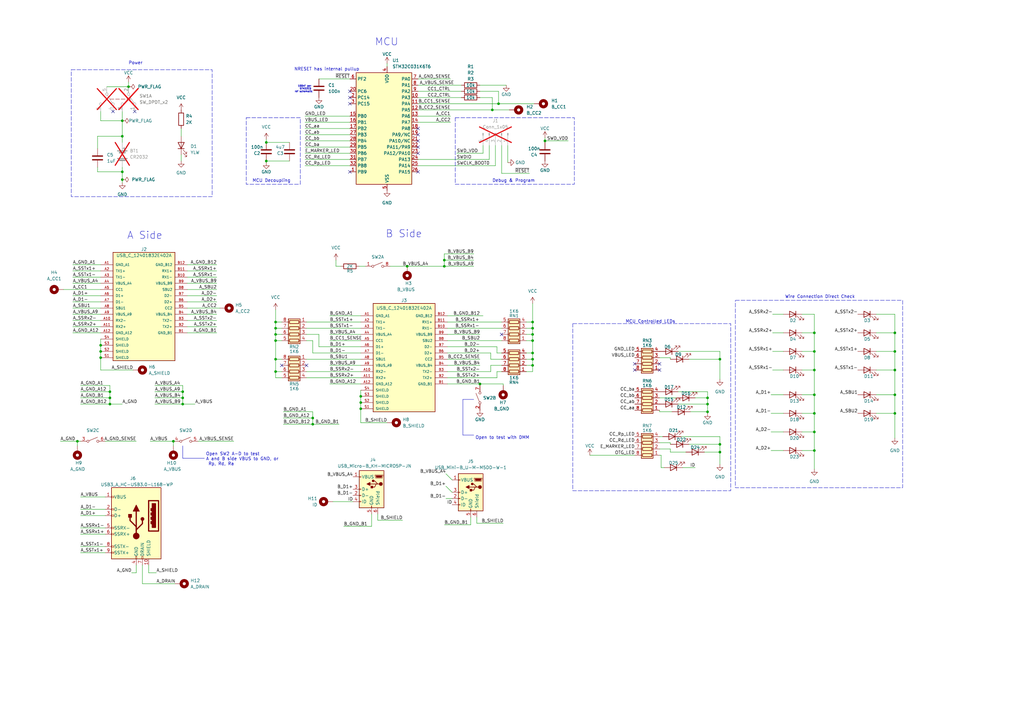
<source format=kicad_sch>
(kicad_sch (version 20230121) (generator eeschema)
  (paper "A3")
  (junction (at 182.245 109.22))
  (junction (at 196.85 157.48))
  (junction (at 295.275 185.42))
  (junction (at 41.275 141.605))
  (junction (at 113.03 132.08))
  (junction (at 71.12 180.975))
  (junction (at 113.03 147.32))
  (junction (at 50.165 73.66))
  (junction (at 167.005 109.22))
  (junction (at 147.955 165.1))
  (junction (at 113.03 134.62))
  (junction (at 295.275 182.245))
  (junction (at 218.44 144.78))
  (junction (at 41.275 146.685))
  (junction (at 290.195 163.195))
  (junction (at 334.01 151.765))
  (junction (at 74.93 165.735))
  (junction (at 290.195 165.735))
  (junction (at 147.955 162.56))
  (junction (at 113.03 152.4))
  (junction (at 290.195 168.91))
  (junction (at 218.44 139.7))
  (junction (at 182.245 106.68))
  (junction (at 218.44 132.08))
  (junction (at 109.22 58.42))
  (junction (at 113.03 139.7))
  (junction (at 52.705 35.56))
  (junction (at 334.01 144.145))
  (junction (at 41.275 144.145))
  (junction (at 201.93 45.085))
  (junction (at 367.03 151.765))
  (junction (at 334.01 161.925))
  (junction (at 334.01 177.165))
  (junction (at 45.085 160.655))
  (junction (at 45.085 165.735))
  (junction (at 334.01 136.525))
  (junction (at 334.01 184.785))
  (junction (at 128.27 173.99))
  (junction (at 31.75 180.975))
  (junction (at 128.27 171.45))
  (junction (at 223.52 57.785))
  (junction (at 204.47 42.545))
  (junction (at 113.03 137.16))
  (junction (at 50.165 49.53))
  (junction (at 295.275 147.32))
  (junction (at 218.44 134.62))
  (junction (at 334.01 169.545))
  (junction (at 218.44 137.16))
  (junction (at 45.085 163.195))
  (junction (at 50.165 70.485))
  (junction (at 367.03 161.925))
  (junction (at 74.93 163.195))
  (junction (at 147.955 167.64))
  (junction (at 218.44 149.86))
  (junction (at 367.03 136.525))
  (junction (at 50.165 55.88))
  (junction (at 109.22 66.04))
  (junction (at 218.44 147.32))
  (junction (at 367.03 169.545))
  (junction (at 74.93 160.655))
  (junction (at 367.03 144.145))
  (no_connect (at 171.45 70.485))
  (no_connect (at 55.245 45.72))
  (no_connect (at 143.51 40.005))
  (no_connect (at 171.45 60.325))
  (no_connect (at 171.45 62.865))
  (no_connect (at 171.45 57.785))
  (no_connect (at 270.51 149.225))
  (no_connect (at 270.51 151.765))
  (no_connect (at 260.35 151.765))
  (no_connect (at 143.51 37.465))
  (no_connect (at 260.35 149.225))
  (no_connect (at 143.51 42.545))
  (no_connect (at 171.45 52.705))
  (no_connect (at 46.355 45.72))
  (no_connect (at 115.57 149.86))
  (no_connect (at 143.51 70.485))
  (no_connect (at 125.73 149.86))
  (no_connect (at 171.45 55.245))
  (no_connect (at 205.74 137.16))
  (wire (pts (xy 74.93 160.655) (xy 74.93 163.195)))
  (wire (pts (xy 29.845 123.825) (xy 41.275 123.825)))
  (wire (pts (xy 274.955 181.61) (xy 274.955 182.245)))
  (wire (pts (xy 128.27 144.78) (xy 128.27 139.7)))
  (wire (pts (xy 147.955 173.355) (xy 158.75 173.355)))
  (wire (pts (xy 55.88 180.975) (xy 43.18 180.975)))
  (wire (pts (xy 26.035 118.745) (xy 41.275 118.745)))
  (wire (pts (xy 278.13 144.145) (xy 295.275 144.145)))
  (wire (pts (xy 76.835 111.125) (xy 88.9 111.125)))
  (wire (pts (xy 328.93 177.165) (xy 334.01 177.165)))
  (wire (pts (xy 135.255 149.86) (xy 147.955 149.86)))
  (wire (pts (xy 283.21 168.91) (xy 290.195 168.91)))
  (wire (pts (xy 128.27 144.78) (xy 147.955 144.78)))
  (wire (pts (xy 195.58 214.63) (xy 195.58 212.09)))
  (wire (pts (xy 183.515 149.86) (xy 196.85 149.86)))
  (wire (pts (xy 282.575 182.245) (xy 295.275 182.245)))
  (wire (pts (xy 187.325 62.865) (xy 198.12 62.865)))
  (wire (pts (xy 130.81 142.24) (xy 147.955 142.24)))
  (wire (pts (xy 147.955 167.64) (xy 147.955 173.355)))
  (wire (pts (xy 63.5 165.735) (xy 74.93 165.735)))
  (wire (pts (xy 183.515 129.54) (xy 198.12 129.54)))
  (wire (pts (xy 171.45 45.085) (xy 201.93 45.085)))
  (wire (pts (xy 128.27 171.45) (xy 128.27 168.91)))
  (wire (pts (xy 281.305 185.42) (xy 274.955 185.42)))
  (wire (pts (xy 29.845 133.985) (xy 41.275 133.985)))
  (wire (pts (xy 128.27 173.99) (xy 139.065 173.99)))
  (wire (pts (xy 29.845 126.365) (xy 41.275 126.365)))
  (wire (pts (xy 116.205 168.91) (xy 128.27 168.91)))
  (wire (pts (xy 60.96 234.95) (xy 60.96 231.775)))
  (wire (pts (xy 270.51 146.685) (xy 274.955 146.685)))
  (wire (pts (xy 278.13 160.655) (xy 290.195 160.655)))
  (wire (pts (xy 295.275 185.42) (xy 295.275 190.5)))
  (wire (pts (xy 113.03 137.16) (xy 113.03 139.7)))
  (wire (pts (xy 182.245 109.22) (xy 194.31 109.22)))
  (wire (pts (xy 171.45 67.945) (xy 203.2 67.945)))
  (wire (pts (xy 215.9 144.78) (xy 218.44 144.78)))
  (wire (pts (xy 198.12 62.865) (xy 198.12 59.69)))
  (wire (pts (xy 167.005 109.22) (xy 182.245 109.22)))
  (wire (pts (xy 183.515 147.32) (xy 196.85 147.32)))
  (wire (pts (xy 74.93 165.735) (xy 80.01 165.735)))
  (wire (pts (xy 205.74 152.4) (xy 203.835 152.4)))
  (wire (pts (xy 280.035 191.77) (xy 285.115 191.77)))
  (wire (pts (xy 29.845 121.285) (xy 41.275 121.285)))
  (wire (pts (xy 113.03 137.16) (xy 115.57 137.16)))
  (wire (pts (xy 113.03 127) (xy 113.03 132.08)))
  (wire (pts (xy 76.835 131.445) (xy 88.9 131.445)))
  (wire (pts (xy 316.865 136.525) (xy 321.31 136.525)))
  (wire (pts (xy 113.03 139.7) (xy 113.03 147.32)))
  (wire (pts (xy 76.835 136.525) (xy 88.9 136.525)))
  (wire (pts (xy 203.835 144.78) (xy 205.74 144.78)))
  (wire (pts (xy 215.9 134.62) (xy 218.44 134.62)))
  (wire (pts (xy 61.595 180.975) (xy 71.12 180.975)))
  (wire (pts (xy 109.22 66.675) (xy 109.22 66.04)))
  (wire (pts (xy 125.095 55.245) (xy 143.51 55.245)))
  (wire (pts (xy 218.44 137.16) (xy 218.44 134.62)))
  (wire (pts (xy 45.085 163.195) (xy 45.085 165.735)))
  (wire (pts (xy 40.005 70.485) (xy 50.165 70.485)))
  (wire (pts (xy 113.03 139.7) (xy 115.57 139.7)))
  (polyline (pts (xy 74.93 182.88) (xy 74.93 187.96)))
  (wire (pts (xy 233.045 57.785) (xy 223.52 57.785)))
  (wire (pts (xy 171.45 32.385) (xy 184.785 32.385)))
  (wire (pts (xy 154.94 213.36) (xy 154.94 210.82)))
  (wire (pts (xy 33.02 208.915) (xy 43.18 208.915)))
  (polyline (pts (xy 189.865 178.435) (xy 189.865 163.83)))
  (wire (pts (xy 274.955 185.42) (xy 274.955 184.15)))
  (wire (pts (xy 316.23 184.785) (xy 321.31 184.785)))
  (wire (pts (xy 113.03 134.62) (xy 115.57 134.62)))
  (wire (pts (xy 218.44 147.32) (xy 218.44 144.78)))
  (wire (pts (xy 196.85 157.48) (xy 206.375 157.48)))
  (wire (pts (xy 74.295 63.5) (xy 74.295 66.04)))
  (wire (pts (xy 31.75 180.975) (xy 33.02 180.975)))
  (wire (pts (xy 135.255 129.54) (xy 147.955 129.54)))
  (wire (pts (xy 359.41 144.145) (xy 367.03 144.145)))
  (wire (pts (xy 205.74 149.86) (xy 201.295 149.86)))
  (wire (pts (xy 334.01 144.145) (xy 334.01 151.765)))
  (wire (pts (xy 76.835 123.825) (xy 88.9 123.825)))
  (wire (pts (xy 128.27 171.45) (xy 128.27 173.99)))
  (wire (pts (xy 203.835 142.24) (xy 203.835 144.78)))
  (wire (pts (xy 41.275 139.065) (xy 41.275 141.605)))
  (wire (pts (xy 183.515 144.78) (xy 201.295 144.78)))
  (wire (pts (xy 183.515 139.7) (xy 205.74 139.7)))
  (wire (pts (xy 147.955 162.56) (xy 147.955 165.1)))
  (wire (pts (xy 125.73 154.94) (xy 147.955 154.94)))
  (wire (pts (xy 274.955 146.685) (xy 274.955 147.32)))
  (wire (pts (xy 125.095 47.625) (xy 143.51 47.625)))
  (wire (pts (xy 29.845 131.445) (xy 41.275 131.445)))
  (wire (pts (xy 58.42 239.395) (xy 71.755 239.395)))
  (wire (pts (xy 29.845 128.905) (xy 41.275 128.905)))
  (wire (pts (xy 367.03 128.905) (xy 367.03 136.525)))
  (wire (pts (xy 139.7 109.22) (xy 137.795 109.22)))
  (wire (pts (xy 50.165 49.53) (xy 50.165 55.88)))
  (wire (pts (xy 63.5 160.655) (xy 74.93 160.655)))
  (wire (pts (xy 45.085 160.655) (xy 45.085 163.195)))
  (wire (pts (xy 29.845 108.585) (xy 41.275 108.585)))
  (wire (pts (xy 50.165 70.485) (xy 50.165 73.66)))
  (wire (pts (xy 171.45 42.545) (xy 204.47 42.545)))
  (wire (pts (xy 223.52 56.515) (xy 223.52 57.785)))
  (wire (pts (xy 208.28 59.69) (xy 208.28 66.675)))
  (wire (pts (xy 33.02 226.695) (xy 43.18 226.695)))
  (wire (pts (xy 29.845 113.665) (xy 41.275 113.665)))
  (wire (pts (xy 76.835 126.365) (xy 90.17 126.365)))
  (wire (pts (xy 125.095 62.865) (xy 143.51 62.865)))
  (wire (pts (xy 41.275 146.685) (xy 41.275 151.765)))
  (wire (pts (xy 125.73 132.08) (xy 147.955 132.08)))
  (wire (pts (xy 71.12 180.975) (xy 71.12 182.88)))
  (wire (pts (xy 206.375 158.115) (xy 206.375 157.48)))
  (wire (pts (xy 328.93 136.525) (xy 334.01 136.525)))
  (wire (pts (xy 241.935 186.69) (xy 260.35 186.69)))
  (wire (pts (xy 125.73 134.62) (xy 147.955 134.62)))
  (wire (pts (xy 40.005 60.96) (xy 40.005 55.88)))
  (wire (pts (xy 43.815 35.56) (xy 52.705 35.56)))
  (wire (pts (xy 183.515 154.94) (xy 203.835 154.94)))
  (wire (pts (xy 196.85 34.925) (xy 207.645 34.925)))
  (wire (pts (xy 125.73 137.16) (xy 130.81 137.16)))
  (wire (pts (xy 135.255 157.48) (xy 147.955 157.48)))
  (wire (pts (xy 24.765 180.975) (xy 31.75 180.975)))
  (wire (pts (xy 33.02 216.535) (xy 43.18 216.535)))
  (wire (pts (xy 328.93 169.545) (xy 334.01 169.545)))
  (wire (pts (xy 328.93 128.905) (xy 334.01 128.905)))
  (wire (pts (xy 45.085 158.115) (xy 45.085 160.655)))
  (wire (pts (xy 270.51 186.69) (xy 271.145 186.69)))
  (wire (pts (xy 33.02 219.075) (xy 43.18 219.075)))
  (wire (pts (xy 74.93 163.195) (xy 74.93 165.735)))
  (wire (pts (xy 109.22 57.15) (xy 109.22 58.42)))
  (wire (pts (xy 171.45 50.165) (xy 184.785 50.165)))
  (wire (pts (xy 203.835 152.4) (xy 203.835 154.94)))
  (wire (pts (xy 295.275 147.32) (xy 295.275 155.575)))
  (polyline (pts (xy 189.865 163.83) (xy 194.31 163.83)))
  (wire (pts (xy 201.93 40.005) (xy 196.85 40.005)))
  (wire (pts (xy 152.4 215.9) (xy 152.4 210.82)))
  (wire (pts (xy 113.03 132.08) (xy 113.03 134.62)))
  (wire (pts (xy 165.1 213.36) (xy 154.94 213.36)))
  (wire (pts (xy 40.005 70.485) (xy 40.005 68.58)))
  (wire (pts (xy 109.22 58.42) (xy 118.745 58.42)))
  (wire (pts (xy 316.865 128.905) (xy 321.31 128.905)))
  (wire (pts (xy 183.515 142.24) (xy 203.835 142.24)))
  (wire (pts (xy 270.51 168.91) (xy 270.51 168.275)))
  (wire (pts (xy 334.01 169.545) (xy 334.01 177.165)))
  (wire (pts (xy 334.01 177.165) (xy 334.01 184.785)))
  (wire (pts (xy 215.9 137.16) (xy 218.44 137.16)))
  (wire (pts (xy 183.515 152.4) (xy 201.295 152.4)))
  (wire (pts (xy 33.02 211.455) (xy 43.18 211.455)))
  (wire (pts (xy 334.01 151.765) (xy 334.01 161.925)))
  (wire (pts (xy 41.275 141.605) (xy 41.275 144.145)))
  (wire (pts (xy 160.02 109.22) (xy 167.005 109.22)))
  (wire (pts (xy 33.02 158.115) (xy 45.085 158.115)))
  (wire (pts (xy 367.03 161.925) (xy 367.03 169.545)))
  (wire (pts (xy 125.73 147.32) (xy 147.955 147.32)))
  (wire (pts (xy 137.795 109.22) (xy 137.795 106.68)))
  (wire (pts (xy 275.59 168.91) (xy 270.51 168.91)))
  (wire (pts (xy 182.88 199.39) (xy 185.42 201.93)))
  (wire (pts (xy 218.44 134.62) (xy 218.44 132.08)))
  (polyline (pts (xy 45.085 40.64) (xy 53.975 40.64)) (stroke (width 0) (type dash) (color 132 0 0 1)))
  (wire (pts (xy 113.03 134.62) (xy 113.03 137.16)))
  (wire (pts (xy 271.145 191.77) (xy 272.415 191.77)))
  (wire (pts (xy 158.75 26.035) (xy 158.75 27.305)))
  (wire (pts (xy 182.245 106.68) (xy 194.31 106.68)))
  (polyline (pts (xy 194.31 178.435) (xy 189.865 178.435)))
  (wire (pts (xy 29.845 111.125) (xy 41.275 111.125)))
  (wire (pts (xy 50.165 70.485) (xy 50.165 68.58)))
  (wire (pts (xy 328.93 151.765) (xy 334.01 151.765)))
  (wire (pts (xy 328.93 184.785) (xy 334.01 184.785)))
  (wire (pts (xy 215.9 152.4) (xy 218.44 152.4)))
  (wire (pts (xy 40.005 55.88) (xy 50.165 55.88)))
  (wire (pts (xy 334.01 136.525) (xy 334.01 144.145)))
  (wire (pts (xy 316.865 151.765) (xy 321.31 151.765)))
  (wire (pts (xy 290.195 163.195) (xy 285.115 163.195)))
  (wire (pts (xy 218.44 132.08) (xy 218.44 124.46)))
  (wire (pts (xy 113.03 132.08) (xy 115.57 132.08)))
  (wire (pts (xy 367.03 136.525) (xy 367.03 144.145)))
  (wire (pts (xy 171.45 40.005) (xy 189.23 40.005)))
  (wire (pts (xy 204.47 37.465) (xy 204.47 42.545)))
  (wire (pts (xy 33.02 160.655) (xy 45.085 160.655)))
  (wire (pts (xy 41.275 45.72) (xy 41.275 49.53)))
  (wire (pts (xy 76.835 108.585) (xy 88.9 108.585)))
  (wire (pts (xy 316.865 144.145) (xy 321.31 144.145)))
  (wire (pts (xy 116.205 171.45) (xy 128.27 171.45)))
  (wire (pts (xy 130.81 32.385) (xy 143.51 32.385)))
  (wire (pts (xy 203.2 67.945) (xy 203.2 59.69)))
  (wire (pts (xy 125.73 139.7) (xy 128.27 139.7)))
  (wire (pts (xy 29.845 136.525) (xy 41.275 136.525)))
  (wire (pts (xy 183.515 132.08) (xy 205.74 132.08)))
  (wire (pts (xy 135.255 139.7) (xy 147.955 139.7)))
  (wire (pts (xy 125.095 60.325) (xy 143.51 60.325)))
  (wire (pts (xy 130.81 137.16) (xy 130.81 142.24)))
  (wire (pts (xy 316.23 177.165) (xy 321.31 177.165)))
  (wire (pts (xy 76.835 116.205) (xy 88.9 116.205)))
  (wire (pts (xy 74.295 52.705) (xy 74.295 55.88)))
  (wire (pts (xy 278.13 165.735) (xy 290.195 165.735)))
  (wire (pts (xy 31.75 180.975) (xy 31.75 182.88)))
  (wire (pts (xy 195.58 214.63) (xy 206.375 214.63)))
  (wire (pts (xy 171.45 37.465) (xy 189.23 37.465)))
  (wire (pts (xy 140.97 215.9) (xy 152.4 215.9)))
  (wire (pts (xy 215.9 147.32) (xy 218.44 147.32)))
  (wire (pts (xy 316.23 161.925) (xy 321.31 161.925)))
  (wire (pts (xy 218.44 137.16) (xy 218.44 139.7)))
  (wire (pts (xy 76.835 113.665) (xy 88.9 113.665)))
  (wire (pts (xy 218.44 147.32) (xy 218.44 149.86)))
  (wire (pts (xy 359.41 151.765) (xy 367.03 151.765)))
  (wire (pts (xy 171.45 65.405) (xy 200.66 65.405)))
  (wire (pts (xy 125.095 52.705) (xy 143.51 52.705)))
  (wire (pts (xy 33.02 165.735) (xy 45.085 165.735)))
  (wire (pts (xy 279.4 179.07) (xy 295.275 179.07)))
  (wire (pts (xy 135.255 137.16) (xy 147.955 137.16)))
  (wire (pts (xy 205.74 59.69) (xy 205.74 71.12)))
  (wire (pts (xy 183.515 157.48) (xy 196.85 157.48)))
  (wire (pts (xy 217.17 71.12) (xy 205.74 71.12)))
  (wire (pts (xy 218.44 139.7) (xy 218.44 144.78)))
  (wire (pts (xy 64.135 234.95) (xy 60.96 234.95)))
  (wire (pts (xy 182.245 106.68) (xy 182.245 109.22)))
  (wire (pts (xy 288.925 185.42) (xy 295.275 185.42)))
  (wire (pts (xy 183.515 137.16) (xy 196.85 137.16)))
  (wire (pts (xy 334.01 161.925) (xy 334.01 169.545)))
  (wire (pts (xy 185.42 204.47) (xy 182.88 204.47)))
  (wire (pts (xy 33.02 203.835) (xy 43.18 203.835)))
  (wire (pts (xy 274.955 184.15) (xy 270.51 184.15)))
  (wire (pts (xy 58.42 239.395) (xy 58.42 231.775)))
  (wire (pts (xy 367.03 169.545) (xy 367.03 179.705)))
  (wire (pts (xy 63.5 158.115) (xy 74.93 158.115)))
  (wire (pts (xy 334.01 184.785) (xy 334.01 192.405)))
  (wire (pts (xy 113.03 152.4) (xy 113.03 154.94)))
  (wire (pts (xy 193.04 215.265) (xy 193.04 212.09)))
  (wire (pts (xy 328.93 144.145) (xy 334.01 144.145)))
  (wire (pts (xy 201.93 45.085) (xy 208.915 45.085)))
  (wire (pts (xy 125.095 67.945) (xy 143.51 67.945)))
  (wire (pts (xy 316.23 169.545) (xy 321.31 169.545)))
  (wire (pts (xy 282.575 147.32) (xy 295.275 147.32)))
  (wire (pts (xy 223.52 57.785) (xy 223.52 58.42)))
  (wire (pts (xy 359.41 128.905) (xy 367.03 128.905)))
  (wire (pts (xy 76.835 121.285) (xy 88.9 121.285)))
  (wire (pts (xy 201.93 45.085) (xy 201.93 40.005)))
  (wire (pts (xy 359.41 161.925) (xy 367.03 161.925)))
  (wire (pts (xy 41.275 144.145) (xy 41.275 146.685)))
  (wire (pts (xy 334.01 128.905) (xy 334.01 136.525)))
  (wire (pts (xy 76.835 133.985) (xy 88.9 133.985)))
  (wire (pts (xy 218.44 132.08) (xy 215.9 132.08)))
  (wire (pts (xy 125.095 50.165) (xy 143.51 50.165)))
  (wire (pts (xy 204.47 42.545) (xy 219.075 42.545)))
  (wire (pts (xy 182.245 104.14) (xy 194.31 104.14)))
  (wire (pts (xy 328.93 161.925) (xy 334.01 161.925)))
  (wire (pts (xy 290.195 165.735) (xy 290.195 163.195)))
  (wire (pts (xy 113.03 147.32) (xy 115.57 147.32)))
  (wire (pts (xy 113.03 152.4) (xy 115.57 152.4)))
  (polyline (pts (xy 83.82 187.96) (xy 74.93 187.96)))
  (wire (pts (xy 147.955 160.02) (xy 147.955 162.56)))
  (wire (pts (xy 171.45 47.625) (xy 184.785 47.625)))
  (wire (pts (xy 196.85 158.115) (xy 196.85 157.48)))
  (wire (pts (xy 33.02 163.195) (xy 45.085 163.195)))
  (wire (pts (xy 215.9 149.86) (xy 218.44 149.86)))
  (wire (pts (xy 125.73 152.4) (xy 147.955 152.4)))
  (wire (pts (xy 270.51 163.195) (xy 277.495 163.195)))
  (wire (pts (xy 147.955 165.1) (xy 147.955 167.64)))
  (wire (pts (xy 290.195 168.91) (xy 290.195 169.545)))
  (wire (pts (xy 50.165 55.88) (xy 50.165 58.42)))
  (wire (pts (xy 41.275 151.765) (xy 54.61 151.765)))
  (wire (pts (xy 182.245 215.265) (xy 193.04 215.265)))
  (wire (pts (xy 53.975 234.95) (xy 55.88 234.95)))
  (wire (pts (xy 271.78 179.07) (xy 270.51 179.07)))
  (wire (pts (xy 295.275 144.145) (xy 295.275 147.32)))
  (wire (pts (xy 295.275 179.07) (xy 295.275 182.245)))
  (wire (pts (xy 196.85 37.465) (xy 204.47 37.465)))
  (wire (pts (xy 109.22 66.04) (xy 118.745 66.04)))
  (wire (pts (xy 55.88 234.95) (xy 55.88 231.775)))
  (wire (pts (xy 359.41 136.525) (xy 367.03 136.525)))
  (wire (pts (xy 271.145 186.69) (xy 271.145 191.77)))
  (wire (pts (xy 359.41 169.545) (xy 367.03 169.545)))
  (wire (pts (xy 29.845 116.205) (xy 41.275 116.205)))
  (wire (pts (xy 63.5 163.195) (xy 74.93 163.195)))
  (wire (pts (xy 183.515 134.62) (xy 205.74 134.62)))
  (wire (pts (xy 33.02 224.155) (xy 43.18 224.155)))
  (wire (pts (xy 147.32 109.22) (xy 149.86 109.22)))
  (wire (pts (xy 367.03 151.765) (xy 367.03 161.925)))
  (wire (pts (xy 125.095 65.405) (xy 143.51 65.405)))
  (wire (pts (xy 367.03 144.145) (xy 367.03 151.765)))
  (wire (pts (xy 50.165 45.72) (xy 50.165 49.53)))
  (wire (pts (xy 113.03 154.94) (xy 115.57 154.94)))
  (wire (pts (xy 52.705 33.655) (xy 52.705 35.56)))
  (wire (pts (xy 182.88 194.31) (xy 185.42 196.85)))
  (wire (pts (xy 205.74 147.32) (xy 201.295 147.32)))
  (wire (pts (xy 136.525 205.74) (xy 144.78 205.74)))
  (wire (pts (xy 200.66 65.405) (xy 200.66 59.69)))
  (wire (pts (xy 290.195 165.735) (xy 290.195 168.91)))
  (wire (pts (xy 171.45 34.925) (xy 189.23 34.925)))
  (wire (pts (xy 182.245 104.14) (xy 182.245 106.68)))
  (wire (pts (xy 116.205 173.99) (xy 128.27 173.99)))
  (wire (pts (xy 50.165 74.93) (xy 50.165 73.66)))
  (wire (pts (xy 215.9 139.7) (xy 218.44 139.7)))
  (wire (pts (xy 201.295 147.32) (xy 201.295 144.78)))
  (wire (pts (xy 76.835 118.745) (xy 88.9 118.745)))
  (wire (pts (xy 45.085 165.735) (xy 50.165 165.735)))
  (wire (pts (xy 201.295 149.86) (xy 201.295 152.4)))
  (wire (pts (xy 218.44 149.86) (xy 218.44 152.4)))
  (wire (pts (xy 81.28 180.975) (xy 95.885 180.975)))
  (wire (pts (xy 113.03 147.32) (xy 113.03 152.4)))
  (wire (pts (xy 270.51 181.61) (xy 274.955 181.61)))
  (wire (pts (xy 41.275 49.53) (xy 50.165 49.53)))
  (wire (pts (xy 295.275 182.245) (xy 295.275 185.42)))
  (wire (pts (xy 76.835 128.905) (xy 88.9 128.905)))
  (wire (pts (xy 125.095 57.785) (xy 143.51 57.785)))
  (wire (pts (xy 290.195 160.655) (xy 290.195 163.195)))
  (wire (pts (xy 74.93 158.115) (xy 74.93 160.655)))
  (rectangle (start 234.95 132.715) (end 299.72 201.295) (stroke (width 0) (type dash)))
  (rectangle (start 100.965 48.26) (end 123.19 75.565) (stroke (width 0) (type dash)))
  (rectangle (start 301.625 123.19) (end 370.205 200.025) (stroke (width 0) (type dash)))
  (rectangle (start 29.21 28.575) (end 86.995 80.645) (stroke (width 0) (type dash)))
  (rectangle (start 186.69 48.26) (end 235.585 75.565) (stroke (width 0) (type dash)))
  (text "MCU Controlled LEDs" (at 256.54 132.715 0) (effects (font (size 1.27 1.27)) (justify left bottom)))
  (text "Wire Connection Direct Check" (at 321.945 122.555 0) (effects (font (size 1.27 1.27)) (justify left bottom)))
  (text "MCU" (at 153.67 19.05 0) (effects (font (size 3 3)) (justify left bottom)))
  (text "100nF per \nSTM32C0 \nref schematic" (at 128.27 38.1 0) (effects (font (size 0.7 0.7)) (justify right bottom)))
  (text "NRESET has internal pullup" (at 120.65 29.21 0) (effects (font (size 1.27 1.27)) (justify left bottom)))
  (text "Power" (at 52.705 26.67 0) (effects (font (size 1.27 1.27)) (justify left bottom)))
  (text "Debug & Program" (at 201.93 74.93 0) (effects (font (size 1.27 1.27)) (justify left bottom)))
  (text "Open to test with DMM" (at 194.945 180.34 0) (effects (font (size 1.27 1.27)) (justify left bottom)))
  (text "A Side" (at 52.07 98.425 0) (effects (font (size 3 3)) (justify left bottom)))
  (text "Open SW2 A-D to test \nA and B side VBUS to GND, or\n Rp, Rd, Ra\n" (at 84.455 191.135 0) (effects (font (size 1.27 1.27)) (justify left bottom)))
  (text "B Side" (at 158.115 97.79 0) (effects (font (size 3 3)) (justify left bottom)))
  (text "MCU Decoupling" (at 103.505 74.93 0) (effects (font (size 1.27 1.27)) (justify left bottom)))
  (label "B_SHIELD" (at 165.1 213.36 180))
  (label "A_SSRx1-" (at 33.02 216.535 0))
  (label "OTG_LED" (at 260.35 186.69 180))
  (label "B_SSRx2+" (at 135.255 154.94 0))
  (label "ID" (at 185.42 207.01 180))
  (label "CC_Rp_LED" (at 260.35 179.07 180))
  (label "B_GND_B1" (at 139.065 173.99 180))
  (label "A_SBU2" (at 88.9 118.745 180))
  (label "A_SSRx2+" (at 316.865 136.525 180))
  (label "SWD_VDD" (at 187.325 62.865 0))
  (label "B_VBUS_A4" (at 182.88 194.31 180))
  (label "B_D1-" (at 144.78 203.2 180))
  (label "A_SSTx1+" (at 29.845 111.125 0))
  (label "A_SSRx1+" (at 316.865 144.145 180))
  (label "A_VBUS_B9" (at 88.9 116.205 180))
  (label "A_SSTx2+" (at 351.79 136.525 180))
  (label "B_SBU1" (at 135.255 147.32 0))
  (label "A_CC2" (at 184.785 50.165 180))
  (label "E_MARKER_LED" (at 125.095 62.865 0))
  (label "B_GND_B1" (at 196.85 157.48 180))
  (label "A_VBUS" (at 80.01 165.735 0))
  (label "SWCLK_BOOT0" (at 187.325 67.945 0))
  (label "CC_ba" (at 125.095 60.325 0))
  (label "A_DRAIN" (at 64.135 239.395 0))
  (label "A_SBU2" (at 351.79 169.545 180))
  (label "A_GND_B1" (at 88.9 136.525 180))
  (label "A_D1+" (at 29.845 121.285 0))
  (label "A_SBU1" (at 29.845 126.365 0))
  (label "B_VBUS_B4" (at 194.31 106.68 180))
  (label "SWD_VDD" (at 233.045 57.785 180))
  (label "A_SSRx2-" (at 316.865 128.905 180))
  (label "A_VBUS" (at 33.02 203.835 0))
  (label "B_GND_B1" (at 182.245 215.265 0))
  (label "B_SSTx2-" (at 196.85 152.4 180))
  (label "A_GND" (at 50.165 165.735 0))
  (label "B_D1+" (at 144.78 200.66 180))
  (label "A_GND_A12" (at 33.02 160.655 0))
  (label "A_SSRx2+" (at 29.845 133.985 0))
  (label "A_SSTx1-" (at 29.845 113.665 0))
  (label "B_SSTx2+" (at 196.85 154.94 180))
  (label "A_GND_B12" (at 88.9 108.585 180))
  (label "B_D1-" (at 135.255 144.78 0))
  (label "~{RESET}" (at 143.51 32.385 180))
  (label "A_SSRx2-" (at 29.845 131.445 0))
  (label "CC_aa" (at 125.095 52.705 0))
  (label "A_D1-" (at 33.02 208.915 0))
  (label "B_SBU2" (at 196.85 139.7 180))
  (label "A_GND_A12" (at 29.845 136.525 0))
  (label "A_GND_SENSE" (at 55.88 180.975 180))
  (label "B_GND_B12" (at 196.85 129.54 180))
  (label "A_CC1" (at 29.845 118.745 0))
  (label "A_D2-" (at 88.9 121.285 180))
  (label "A_SSTx2-" (at 351.79 128.905 180))
  (label "A_SSTx2-" (at 88.9 131.445 180))
  (label "CC_ba" (at 260.35 160.655 180))
  (label "B_D2+" (at 196.85 144.78 180))
  (label "B_SSTx1+" (at 135.255 132.08 0))
  (label "B_GND_B12" (at 116.205 173.99 0))
  (label "ID" (at 285.115 191.77 180))
  (label "ID" (at 144.78 205.74 180))
  (label "A_GND_B1" (at 33.02 163.195 0))
  (label "GND_LED" (at 125.095 47.625 0))
  (label "A_VBUS_A9" (at 29.845 128.905 0))
  (label "A_GND_B12" (at 33.02 165.735 0))
  (label "A_D2-" (at 316.23 177.165 180))
  (label "A_GND" (at 53.975 234.95 180))
  (label "A_D2+" (at 316.23 184.785 180))
  (label "CC_Rp_LED" (at 125.095 67.945 0))
  (label "B_GND_A1" (at 116.205 168.91 0))
  (label "CC_bb" (at 260.35 163.195 180))
  (label "B_SHIELD" (at 158.75 173.355 180))
  (label "A_SSTx1-" (at 351.79 151.765 180))
  (label "A_CC2" (at 88.9 126.365 180))
  (label "B_SSRx1-" (at 186.69 134.62 0))
  (label "A_SHIELD" (at 45.72 151.765 0))
  (label "B_GND_A1" (at 144.78 129.54 180))
  (label "B_VBUS_A4" (at 165.1 109.22 0))
  (label "A_SSRx1-" (at 316.865 151.765 180))
  (label "CC_bb" (at 125.095 57.785 0))
  (label "A_VBUS_SENSE" (at 172.085 34.925 0))
  (label "A_VBUS" (at 61.595 180.975 0))
  (label "A_SSRx1+" (at 33.02 219.075 0))
  (label "A_SSTx1+" (at 33.02 226.695 0))
  (label "A_D1-" (at 316.23 169.545 180))
  (label "B_VBUS_A9" (at 194.31 109.22 180))
  (label "A_VBUS_SENSE" (at 95.885 180.975 180))
  (label "B_D1+" (at 182.88 199.39 180))
  (label "A_VBUS_B4" (at 63.5 163.195 0))
  (label "A_SSTx1-" (at 33.02 224.155 0))
  (label "B_VBUS_A4" (at 135.255 137.16 0))
  (label "A_VBUS_A9" (at 63.5 160.655 0))
  (label "A_SBU1" (at 351.79 161.925 180))
  (label "A_GND" (at 24.765 180.975 0))
  (label "VBUS_LED" (at 260.35 146.685 180))
  (label "B_GND_B1" (at 140.97 215.9 0))
  (label "SWDIO" (at 187.325 65.405 0))
  (label "A_D1+" (at 316.23 161.925 180))
  (label "CC_Rd_LED" (at 260.35 181.61 180))
  (label "B_VBUS_A9" (at 135.255 149.86 0))
  (label "CC_ab" (at 125.095 55.245 0))
  (label "A_SSTx1+" (at 351.79 144.145 180))
  (label "B_CC2_SENSE" (at 196.85 147.32 180))
  (label "A_D1+" (at 33.02 211.455 0))
  (label "B_D1-" (at 182.88 204.47 180))
  (label "A_VBUS_B9" (at 63.5 165.735 0))
  (label "B_D2-" (at 196.85 142.24 180))
  (label "B_CC2_SENSE" (at 184.785 45.085 180))
  (label "B_SHIELD" (at 197.485 214.63 0))
  (label "A_VBUS_A4" (at 29.845 116.205 0))
  (label "B_VBUS_B9" (at 196.85 137.16 180))
  (label "A_SHIELD" (at 64.135 234.95 0))
  (label "B_GND_A12" (at 135.255 157.48 0))
  (label "B_VBUS_A4" (at 144.78 195.58 180))
  (label "CC1_CTRL" (at 175.26 37.465 0))
  (label "A_CC1" (at 184.785 47.625 180))
  (label "B_CC1_SENSE" (at 135.255 139.7 0))
  (label "B_GND_A12" (at 116.205 171.45 0))
  (label "B_CC1_SENSE" (at 184.785 42.545 180))
  (label "B_VBUS_B4" (at 196.85 149.86 180))
  (label "A_SSRx1+" (at 88.9 111.125 180))
  (label "B_VBUS_B9" (at 194.31 104.14 180))
  (label "E_MARKER_LED" (at 260.35 184.15 180))
  (label "~{RESET}" (at 217.17 71.12 180))
  (label "A_D1-" (at 29.845 123.825 0))
  (label "B_SSRx2-" (at 135.255 152.4 0))
  (label "VBUS_LED" (at 125.095 50.165 0))
  (label "CC_ab" (at 260.35 165.735 180))
  (label "A_D2+" (at 88.9 123.825 180))
  (label "A_GND_A1" (at 33.02 158.115 0))
  (label "A_GND_SENSE" (at 184.785 32.385 180))
  (label "A_SSRx1-" (at 88.9 113.665 180))
  (label "A_GND_A1" (at 29.845 108.585 0))
  (label "GND_LED" (at 260.35 144.145 180))
  (label "CC2_CTRL" (at 184.785 40.005 180))
  (label "B_SSRx1+" (at 186.69 132.08 0))
  (label "B_SSTx1-" (at 135.255 134.62 0))
  (label "A_SSTx2+" (at 88.9 133.985 180))
  (label "CC_aa" (at 260.35 168.275 180))
  (label "A_VBUS_B4" (at 88.9 128.905 180))
  (label "B_D1+" (at 135.255 142.24 0))
  (label "A_VBUS_A4" (at 63.5 158.115 0))
  (label "CC_Rd_LED" (at 125.095 65.405 0))
  (symbol (lib_id "Device:LED") (at 278.765 147.32 180) (unit 1)
    (property "Reference" "D9" (at 276.86 145.415 0) (effects (justify right)))
    (property "Value" "YLW" (effects hide))
    (property "Footprint" "LED_SMD:LED_0805_2012Metric" (effects hide))
    (property "Description" "LEDs" (effects hide))
    (property "JLPCB_MPN" "KT-0805Y" (effects hide))
    (property "JLPCB_Mfg" "Hubei KENTO Elec" (effects hide))
    (property "JLPCB_Part_No" "C2296" (effects hide))
    (property "JLPCB_URL" "https://jlcpcb.com/partdetail/Hubei_KentoElec-KT0805Y/C2296" (effects hide))
    (property "JLPCB_Price" " $0.0114 " (effects hide))
    (property "LCSC Part #" "C2296" (effects hide))
    (property "Basic/Extended" "B" (effects hide))
  )
  (symbol (lib_id "power:PWR_FLAG") (at 50.165 73.66 270) (unit 1)
    (property "Reference" "#FLG03" (effects hide))
    (property "Value" "PWR_FLAG" (at 53.975 73.66 90) (effects (justify left)))
  )
  (symbol (lib_id "Device:R_Pack04") (at 210.82 134.62 90) (unit 1)
    (property "Reference" "RN1" (at 210.82 129.54 90))
    (property "Value" "1K6" (at 210.82 127.635 90))
    (property "Footprint" "Resistor_SMD:R_Array_Concave_4x0402" (effects hide))
    (property "JLPCB_MPN" "YC124-FR-071K6L" (effects hide))
    (property "JLPCB_Mfg" "YAGEO" (effects hide))
    (property "JLPCB_Part_No" "C728711" (effects hide))
    (property "JLPCB_URL" "https://jlcpcb.com/parts/2nd/Resistors/Resistor_Networks_Arrays_6" (effects hide))
    (property "JLPCB_Price" "$0.0024" (effects hide))
    (property "LCSC Part #" "C728711" (effects hide))
    (property "Basic/Extended" "E" (effects hide))
  )
  (symbol (lib_id "Device:LED") (at 325.12 151.765 0) (mirror y) (unit 1)
    (property "Reference" "D10" (at 323.85 154.305 0) (effects (justify right)))
    (property "Value" "YLW" (effects hide))
    (property "Footprint" "LED_SMD:LED_0805_2012Metric" (effects hide))
    (property "Description" "LEDs" (effects hide))
    (property "JLPCB_MPN" "KT-0805Y" (effects hide))
    (property "JLPCB_Mfg" "Hubei KENTO Elec" (effects hide))
    (property "JLPCB_Part_No" "C2296" (effects hide))
    (property "JLPCB_URL" "https://jlcpcb.com/partdetail/Hubei_KentoElec-KT0805Y/C2296" (effects hide))
    (property "JLPCB_Price" " $0.0114 " (effects hide))
    (property "LCSC Part #" "C2296" (effects hide))
    (property "Basic/Extended" "B" (effects hide))
  )
  (symbol (lib_id "power:VCC") (at 52.705 33.655 0) (unit 1)
    (property "Reference" "#PWR03" (effects hide))
    (property "Value" "VDD" (at 52.705 29.845 0))
  )
  (symbol (lib_name "GND_2") (lib_id "power:GND") (at 223.52 66.04 0) (unit 1)
    (property "Reference" "#PWR09" (effects hide))
    (property "Value" "GND" (at 223.52 69.85 0))
  )
  (symbol (lib_id "Device:LED") (at 355.6 161.925 0) (mirror y) (unit 1)
    (property "Reference" "D14" (at 354.33 164.465 0) (effects (justify right)))
    (property "Value" "YLW" (effects hide))
    (property "Footprint" "LED_SMD:LED_0805_2012Metric" (effects hide))
    (property "Description" "LEDs" (effects hide))
    (property "JLPCB_MPN" "KT-0805Y" (effects hide))
    (property "JLPCB_Mfg" "Hubei KENTO Elec" (effects hide))
    (property "JLPCB_Part_No" "C2296" (effects hide))
    (property "JLPCB_URL" "https://jlcpcb.com/partdetail/Hubei_KentoElec-KT0805Y/C2296" (effects hide))
    (property "JLPCB_Price" " $0.0114 " (effects hide))
    (property "LCSC Part #" "C2296" (effects hide))
    (property "Basic/Extended" "B" (effects hide))
  )
  (symbol (lib_name "GND_1") (lib_id "power:GND") (at 130.81 40.005 0) (unit 1)
    (property "Reference" "#PWR04" (effects hide))
    (property "Value" "GND" (at 130.81 43.815 0))
  )
  (symbol (lib_id "Device:C") (at 118.745 62.23 180) (unit 1)
    (property "Reference" "C3" (at 114.935 62.865 0))
    (property "Value" "4u7" (at 114.935 60.325 0))
    (property "Footprint" "Capacitor_SMD:C_0805_2012Metric_Pad1.18x1.45mm_HandSolder" (effects hide))
    (property "JLPCB_MPN" "CL21A475KAQNNNE" (effects hide))
    (property "JLPCB_Mfg" "Samsung Electro-Mechanics" (effects hide))
    (property "JLPCB_Part_No" "C1779" (effects hide))
    (property "JLPCB_URL" "https://jlcpcb.com/parts/2nd/Capacitors/Multilayer_Ceramic_Capacitors_MLCC_SMD_SMT_33" (effects hide))
    (property "JLPCB_Price" " $0.0110 " (effects hide))
    (property "Description" "MCU decouple" (effects hide))
    (property "LCSC Part #" "C1779" (effects hide))
    (property "Basic/Extended" "B" (effects hide))
  )
  (symbol (lib_id "Device:LED") (at 355.6 128.905 0) (mirror y) (unit 1)
    (property "Reference" "D3" (at 354.33 131.445 0) (effects (justify right)))
    (property "Value" "YLW" (effects hide))
    (property "Footprint" "LED_SMD:LED_0805_2012Metric" (effects hide))
    (property "Description" "LEDs" (effects hide))
    (property "JLPCB_MPN" "KT-0805Y" (effects hide))
    (property "JLPCB_Mfg" "Hubei KENTO Elec" (effects hide))
    (property "JLPCB_Part_No" "C2296" (effects hide))
    (property "JLPCB_URL" "https://jlcpcb.com/partdetail/Hubei_KentoElec-KT0805Y/C2296" (effects hide))
    (property "JLPCB_Price" " $0.0114 " (effects hide))
    (property "LCSC Part #" "C2296" (effects hide))
    (property "Basic/Extended" "B" (effects hide))
  )
  (symbol (lib_id "Device:LED") (at 281.305 163.195 180) (unit 1)
    (property "Reference" "D16" (at 279.4 161.29 0) (effects (justify right)))
    (property "Value" "YLW" (effects hide))
    (property "Footprint" "LED_SMD:LED_0805_2012Metric" (effects hide))
    (property "Description" "LEDs" (effects hide))
    (property "JLPCB_MPN" "KT-0805Y" (effects hide))
    (property "JLPCB_Mfg" "Hubei KENTO Elec" (effects hide))
    (property "JLPCB_Part_No" "C2296" (effects hide))
    (property "JLPCB_URL" "https://jlcpcb.com/partdetail/Hubei_KentoElec-KT0805Y/C2296" (effects hide))
    (property "JLPCB_Price" " $0.0114 " (effects hide))
    (property "LCSC Part #" "C2296" (effects hide))
    (property "Basic/Extended" "B" (effects hide))
  )
  (symbol (lib_id "Mechanical:MountingHole_Pad") (at 206.375 160.655 180) (unit 1)
    (property "Reference" "H7" (at 207.645 165.1 0) (effects (justify left)))
    (property "Value" "B_GND" (at 208.915 167.64 0) (effects (justify left)))
    (property "Footprint" "01-UserFootprints:Connector_Pad_Edge_Oval_5mm_Extended" (effects hide))
    (property "JLPCB_MPN" "x" (effects hide))
    (property "JLPCB_Mfg" "x" (effects hide))
    (property "JLPCB_Part_No" "x" (effects hide))
    (property "Description" "B_GND" (effects hide))
    (property "JLPCB_Price" "x" (effects hide))
    (property "LCSC Part #" "DNP" (effects hide))
  )
  (symbol (lib_id "power:GND") (at 50.165 74.93 0) (unit 1)
    (property "Reference" "#PWR012" (effects hide))
    (property "Value" "GND" (at 50.165 79.756 0))
  )
  (symbol (lib_id "02-UserSymbols:SW_DIP_x04_Separated") (at 196.85 163.195 90) (unit 2)
    (property "Reference" "SW2" (at 198.12 163.195 90) (effects (justify right)))
    (property "Value" "ZX-1.27BM-4PSMD" (effects hide))
    (property "Footprint" "01-UserFootprints:SW-DIP-4P_P1.27mm_SMD-2x4" (effects hide))
    (property "Datasheet" "https://datasheet.lcsc.com/lcsc/2209141730_DEALON-SP-04P_C5160896.pdf" (effects hide))
    (property "JLPCB_URL" "https://jlcpcb.com/partdetail/Dealon-SP04P/C5160896" (effects hide))
    (property "JLPCB_MPN" "SP-04P" (effects hide))
    (property "JLPCB_Mfg" "DEALON" (effects hide))
    (property "JLPCB_Part_No" "C5160896" (effects hide))
    (property "JLPCB_Price" "$0.49" (effects hide))
    (property "Description" "SW - Isolator" (effects hide))
    (property "LCSC Part #" "C5160896" (effects hide))
  )
  (symbol (lib_id "Mechanical:MountingHole_Pad") (at 133.985 205.74 90) (mirror x) (unit 1)
    (property "Reference" "H11" (at 130.175 204.47 90) (effects (justify left)))
    (property "Value" "ID" (at 130.175 207.01 90) (effects (justify left)))
    (property "Footprint" "TestPoint:TestPoint_THTPad_D1.5mm_Drill0.7mm" (effects hide))
    (property "JLPCB_MPN" "x" (effects hide))
    (property "JLPCB_Mfg" "x" (effects hide))
    (property "JLPCB_Part_No" "x" (effects hide))
    (property "Description" "ID" (effects hide))
    (property "JLPCB_Price" "x" (effects hide))
    (property "LCSC Part #" "DNP" (effects hide))
  )
  (symbol (lib_id "power:PWR_FLAG") (at 52.705 35.56 270) (unit 1)
    (property "Reference" "#FLG01" (effects hide))
    (property "Value" "PWR_FLAG" (at 56.515 35.56 90) (effects (justify left)))
  )
  (symbol (lib_id "Connector:Conn_01x05_Pin") (at 203.2 54.61 270) (unit 1) (dnp yes)
    (property "Reference" "J1" (at 203.2 49.53 90))
    (property "Value" "Conn_1x05" (at 203.2 52.07 90))
    (property "Footprint" "Connector_PinSocket_2.54mm:PinSocket_1x05_P2.54mm_Vertical" (effects hide))
    (property "JLPCB_MPN" "DNP" (effects hide))
    (property "JLPCB_Mfg" "DNP" (effects hide))
    (property "JLPCB_Part_No" "DNP" (effects hide))
    (property "JLPCB_Price" "DNP" (effects hide))
    (property "Description" "Debug Headers" (effects hide))
    (property "LCSC Part #" "DNP" (effects hide))
  )
  (symbol (lib_id "power:VCC") (at 218.44 124.46 0) (unit 1)
    (property "Reference" "#PWR015" (effects hide))
    (property "Value" "VDD" (at 218.44 119.38 0))
  )
  (symbol (lib_id "Device:LED") (at 278.765 182.245 180) (unit 1)
    (property "Reference" "D22" (at 277.495 180.34 0) (effects (justify right)))
    (property "Value" "YLW" (effects hide))
    (property "Footprint" "LED_SMD:LED_0805_2012Metric" (effects hide))
    (property "Description" "LEDs" (effects hide))
    (property "JLPCB_MPN" "KT-0805Y" (effects hide))
    (property "JLPCB_Mfg" "Hubei KENTO Elec" (effects hide))
    (property "JLPCB_Part_No" "C2296" (effects hide))
    (property "JLPCB_URL" "https://jlcpcb.com/partdetail/Hubei_KentoElec-KT0805Y/C2296" (effects hide))
    (property "JLPCB_Price" " $0.0114 " (effects hide))
    (property "LCSC Part #" "C2296" (effects hide))
    (property "Basic/Extended" "B" (effects hide))
  )
  (symbol (lib_id "Device:C") (at 109.22 62.23 180) (unit 1)
    (property "Reference" "C2" (at 105.41 62.865 0))
    (property "Value" "100n" (at 105.41 60.325 0))
    (property "Footprint" "Capacitor_SMD:C_0402_1005Metric" (effects hide))
    (property "JLPCB_MPN" "CL05B104KO5NNNC" (effects hide))
    (property "JLPCB_Mfg" "Samsung Electro-Mechanics" (effects hide))
    (property "JLPCB_Part_No" "C1525" (effects hide))
    (property "JLPCB_URL" "https://jlcpcb.com/partdetail/1877-CL05B104KO5NNNC/C1525" (effects hide))
    (property "JLPCB_Price" "$0.0009" (effects hide))
    (property "LCSC Part #" "C1525" (effects hide))
    (property "Basic/Extended" "B" (effects hide))
  )
  (symbol (lib_id "Device:LED") (at 325.12 177.165 0) (mirror y) (unit 1)
    (property "Reference" "D20" (at 323.85 179.705 0) (effects (justify right)))
    (property "Value" "YLW" (effects hide))
    (property "Footprint" "LED_SMD:LED_0805_2012Metric" (effects hide))
    (property "Description" "LEDs" (effects hide))
    (property "JLPCB_MPN" "KT-0805Y" (effects hide))
    (property "JLPCB_Mfg" "Hubei KENTO Elec" (effects hide))
    (property "JLPCB_Part_No" "C2296" (effects hide))
    (property "JLPCB_URL" "https://jlcpcb.com/partdetail/Hubei_KentoElec-KT0805Y/C2296" (effects hide))
    (property "JLPCB_Price" " $0.0114 " (effects hide))
    (property "LCSC Part #" "C2296" (effects hide))
    (property "Basic/Extended" "B" (effects hide))
  )
  (symbol (lib_id "Device:LED") (at 325.12 169.545 0) (mirror y) (unit 1)
    (property "Reference" "D18" (at 323.85 172.085 0) (effects (justify right)))
    (property "Value" "YLW" (effects hide))
    (property "Footprint" "LED_SMD:LED_0805_2012Metric" (effects hide))
    (property "Description" "LEDs" (effects hide))
    (property "JLPCB_MPN" "KT-0805Y" (effects hide))
    (property "JLPCB_Mfg" "Hubei KENTO Elec" (effects hide))
    (property "JLPCB_Part_No" "C2296" (effects hide))
    (property "JLPCB_URL" "https://jlcpcb.com/partdetail/Hubei_KentoElec-KT0805Y/C2296" (effects hide))
    (property "JLPCB_Price" " $0.0114 " (effects hide))
    (property "LCSC Part #" "C2296" (effects hide))
    (property "Basic/Extended" "B" (effects hide))
  )
  (symbol (lib_id "Device:LED") (at 355.6 169.545 0) (mirror y) (unit 1)
    (property "Reference" "D19" (at 354.33 172.085 0) (effects (justify right)))
    (property "Value" "YLW" (effects hide))
    (property "Footprint" "LED_SMD:LED_0805_2012Metric" (effects hide))
    (property "Description" "LEDs" (effects hide))
    (property "JLPCB_MPN" "KT-0805Y" (effects hide))
    (property "JLPCB_Mfg" "Hubei KENTO Elec" (effects hide))
    (property "JLPCB_Part_No" "C2296" (effects hide))
    (property "JLPCB_URL" "https://jlcpcb.com/partdetail/Hubei_KentoElec-KT0805Y/C2296" (effects hide))
    (property "JLPCB_Price" " $0.0114 " (effects hide))
    (property "LCSC Part #" "C2296" (effects hide))
    (property "Basic/Extended" "B" (effects hide))
  )
  (symbol (lib_id "Switch:SW_DPDT_x2") (at 43.815 40.64 270) (unit 2) (dnp yes)
    (property "Reference" "SW1" (effects hide))
    (property "Value" "SW_DPDT_x2" (effects hide))
    (property "Footprint" "Button_Switch_THT:SW_E-Switch_EG1271_SPDT" (effects hide))
    (property "Datasheet" "https://sten-eswitch-13110800-production.s3.amazonaws.com/system/asset/product_line/data_sheet/119/EG.pdf" (effects hide))
    (property "JLPCB_MPN" "DNP" (effects hide))
    (property "JLPCB_Mfg" "DNP" (effects hide))
    (property "JLPCB_Part_No" "DNP" (effects hide))
    (property "JLPCB_Price" "DNP" (effects hide))
    (property "LCSC Part #" "DNP" (effects hide))
  )
  (symbol (lib_id "Device:R") (at 74.295 48.895 0) (unit 1)
    (property "Reference" "R4" (at 76.2 47.625 0) (effects (justify left)))
    (property "Value" "2K" (at 76.2 50.165 0) (effects (justify left)))
    (property "Footprint" "Resistor_SMD:R_0805_2012Metric_Pad1.20x1.40mm_HandSolder" (effects hide))
    (property "JLPCB_URL" "https://jlcpcb.com/partdetail/18292-0805W8F2001T5E/C17604" (effects hide))
    (property "JLPCB_MPN" "0805W8F2001T5E" (effects hide))
    (property "JLPCB_Mfg" "UNI-ROYAL(Uniroyal Elec)" (effects hide))
    (property "JLPCB_Part_No" "C17604" (effects hide))
    (property "LCSC Part #" "C17604" (effects hide))
    (property "Description" "VBUS->VDD Pullup" (effects hide))
    (property "Basic/Extended" "B" (effects hide))
  )
  (symbol (lib_id "Connector:USB_B_Micro") (at 152.4 200.66 0) (mirror y) (unit 1)
    (property "Reference" "J4" (at 151.765 188.595 0) (effects (justify right)))
    (property "Value" "USB_Micro-B_KH-MICRO5P-JN" (at 138.43 191.135 0) (effects (justify right)))
    (property "Footprint" "01-UserFootprints:USB_Micro-B_Kinghelm-KH-MICRO5P-JN" (effects hide))
    (property "Datasheet" "https://jlcpcb.com/partdetail/Shenzhen_KinghelmElec-KH_MICRO5PJN/C962222" (effects hide))
    (property "JLPCB_MPN" "KH-MICRO5P-JN" (effects hide))
    (property "JLPCB_Mfg" "Shenzhen Kinghelm Elec" (effects hide))
    (property "JLPCB_Part_No" "C962222" (effects hide))
    (property "JLPCB_URL" "https://jlcpcb.com/partdetail/Shenzhen_KinghelmElec-KH_MICRO5PJN/C962222" (effects hide))
    (property "Description" "USB-B-Micro" (effects hide))
    (property "LCSC Part #" "C962222" (effects hide))
    (property "Basic/Extended" "E" (effects hide))
  )
  (symbol (lib_id "Mechanical:MountingHole_Pad") (at 23.495 118.745 90) (unit 1)
    (property "Reference" "H4" (at 22.225 111.76 90))
    (property "Value" "A_CC1" (at 22.225 114.3 90))
    (property "Footprint" "01-UserFootprints:Connector_Pad_Edge_Oval_5mm_Extended" (effects hide))
    (property "JLPCB_MPN" "x" (effects hide))
    (property "JLPCB_Mfg" "x" (effects hide))
    (property "JLPCB_Part_No" "x" (effects hide))
    (property "Description" "A_CC1" (effects hide))
    (property "JLPCB_Price" "x" (effects hide))
    (property "LCSC Part #" "DNP" (effects hide))
  )
  (symbol (lib_id "power:VCC") (at 113.03 127 0) (unit 1)
    (property "Reference" "#PWR016" (effects hide))
    (property "Value" "VDD" (at 113.03 121.92 0))
  )
  (symbol (lib_name "GND_1") (lib_id "power:GND") (at 158.75 78.105 0) (unit 1)
    (property "Reference" "#PWR013" (effects hide))
    (property "Value" "GND" (at 158.75 83.185 0))
  )
  (symbol (lib_name "GND_1") (lib_id "power:GND") (at 334.01 192.405 0) (unit 1)
    (property "Reference" "#PWR026" (effects hide))
    (property "Value" "GND" (at 334.01 197.485 0))
  )
  (symbol (lib_id "Device:LED") (at 355.6 151.765 0) (mirror y) (unit 1)
    (property "Reference" "D11" (at 354.33 154.305 0) (effects (justify right)))
    (property "Value" "YLW" (effects hide))
    (property "Footprint" "LED_SMD:LED_0805_2012Metric" (effects hide))
    (property "Description" "LEDs" (effects hide))
    (property "JLPCB_MPN" "KT-0805Y" (effects hide))
    (property "JLPCB_Mfg" "Hubei KENTO Elec" (effects hide))
    (property "JLPCB_Part_No" "C2296" (effects hide))
    (property "JLPCB_URL" "https://jlcpcb.com/partdetail/Hubei_KentoElec-KT0805Y/C2296" (effects hide))
    (property "JLPCB_Price" " $0.0114 " (effects hide))
    (property "LCSC Part #" "C2296" (effects hide))
    (property "Basic/Extended" "B" (effects hide))
  )
  (symbol (lib_id "power:PWR_FLAG") (at 50.165 49.53 270) (unit 1)
    (property "Reference" "#FLG02" (effects hide))
    (property "Value" "PWR_FLAG" (at 52.705 49.53 90) (effects (justify left)))
  )
  (symbol (lib_id "power:GND") (at 74.295 66.04 0) (unit 1)
    (property "Reference" "#PWR08" (effects hide))
    (property "Value" "GND" (at 74.295 70.866 0))
  )
  (symbol (lib_id "Mechanical:MountingHole_Pad") (at 71.12 185.42 180) (unit 1)
    (property "Reference" "H10" (at 72.39 189.865 0) (effects (justify left)))
    (property "Value" "A_VBUS" (at 74.295 192.405 0) (effects (justify left)))
    (property "Footprint" "01-UserFootprints:Connector_Pad_Edge_Oval_5mm_Extended" (effects hide))
    (property "JLPCB_MPN" "x" (effects hide))
    (property "JLPCB_Mfg" "x" (effects hide))
    (property "JLPCB_Part_No" "x" (effects hide))
    (property "Description" "A_VBUS" (effects hide))
    (property "JLPCB_Price" "x" (effects hide))
    (property "LCSC Part #" "DNP" (effects hide))
  )
  (symbol (lib_id "Device:LED") (at 325.12 184.785 0) (mirror y) (unit 1)
    (property "Reference" "D23" (at 323.85 187.325 0) (effects (justify right)))
    (property "Value" "YLW" (effects hide))
    (property "Footprint" "LED_SMD:LED_0805_2012Metric" (effects hide))
    (property "Description" "LEDs" (effects hide))
    (property "JLPCB_MPN" "KT-0805Y" (effects hide))
    (property "JLPCB_Mfg" "Hubei KENTO Elec" (effects hide))
    (property "JLPCB_Part_No" "C2296" (effects hide))
    (property "JLPCB_URL" "https://jlcpcb.com/partdetail/Hubei_KentoElec-KT0805Y/C2296" (effects hide))
    (property "JLPCB_Price" " $0.0114 " (effects hide))
    (property "LCSC Part #" "C2296" (effects hide))
    (property "Basic/Extended" "B" (effects hide))
  )
  (symbol (lib_id "Device:R") (at 193.04 40.005 90) (unit 1)
    (property "Reference" "R3" (at 193.04 32.385 90))
    (property "Value" "10k" (at 193.04 40.005 90))
    (property "Footprint" "Resistor_SMD:R_0805_2012Metric_Pad1.20x1.40mm_HandSolder" (effects hide))
    (property "JLPCB_MPN" "0805W8F1002T5E" (effects hide))
    (property "JLPCB_Mfg" "UNI-ROYAL(Uniroyal Elec)" (effects hide))
    (property "JLPCB_Part_No" "C17414" (effects hide))
    (property "JLPCB_URL" "https://jlcpcb.com/partdetail/18102-0805W8F1002T5E/C17414" (effects hide))
    (property "Description" "GND Pulldowns" (effects hide))
    (property "LCSC Part #" "C17414" (effects hide))
    (property "Basic/Extended" "B" (effects hide))
  )
  (symbol (lib_id "Device:LED") (at 274.32 160.655 180) (unit 1)
    (property "Reference" "D17" (at 272.415 158.75 0) (effects (justify right)))
    (property "Value" "YLW" (effects hide))
    (property "Footprint" "LED_SMD:LED_0805_2012Metric" (effects hide))
    (property "Description" "LEDs" (effects hide))
    (property "JLPCB_MPN" "KT-0805Y" (effects hide))
    (property "JLPCB_Mfg" "Hubei KENTO Elec" (effects hide))
    (property "JLPCB_Part_No" "C2296" (effects hide))
    (property "JLPCB_URL" "https://jlcpcb.com/partdetail/Hubei_KentoElec-KT0805Y/C2296" (effects hide))
    (property "JLPCB_Price" " $0.0114 " (effects hide))
    (property "LCSC Part #" "C2296" (effects hide))
    (property "Basic/Extended" "B" (effects hide))
  )
  (symbol (lib_id "Device:R_Pack04") (at 120.65 137.16 90) (mirror x) (unit 1)
    (property "Reference" "RN2" (at 120.65 142.24 90))
    (property "Value" "1K6" (at 120.65 144.145 90))
    (property "Footprint" "Resistor_SMD:R_Array_Concave_4x0402" (effects hide))
    (property "JLPCB_MPN" "YC124-FR-071K6L" (effects hide))
    (property "JLPCB_Mfg" "YAGEO" (effects hide))
    (property "JLPCB_Part_No" "C728711" (effects hide))
    (property "JLPCB_URL" "https://jlcpcb.com/parts/2nd/Resistors/Resistor_Networks_Arrays_6" (effects hide))
    (property "JLPCB_Price" "$0.0024" (effects hide))
    (property "LCSC Part #" "C728711" (effects hide))
    (property "Basic/Extended" "E" (effects hide))
  )
  (symbol (lib_id "Device:LED") (at 74.295 59.69 90) (unit 1)
    (property "Reference" "D1" (at 78.105 60.0075 90) (effects (justify right)))
    (property "Value" "YLW" (at 78.105 62.5475 90) (effects (justify right)))
    (property "Footprint" "LED_SMD:LED_0805_2012Metric" (effects hide))
    (property "Description" "LEDs" (effects hide))
    (property "JLPCB_MPN" "KT-0805Y" (effects hide))
    (property "JLPCB_Mfg" "Hubei KENTO Elec" (effects hide))
    (property "JLPCB_Part_No" "C2296" (effects hide))
    (property "JLPCB_URL" "https://jlcpcb.com/partdetail/Hubei_KentoElec-KT0805Y/C2296" (effects hide))
    (property "JLPCB_Price" " $0.0114 " (effects hide))
    (property "LCSC Part #" "C2296" (effects hide))
    (property "Basic/Extended" "B" (effects hide))
  )
  (symbol (lib_id "Connector:USB3_A") (at 55.88 213.995 0) (mirror y) (unit 1)
    (property "Reference" "J6" (at 53.34 196.215 0) (effects (justify right)))
    (property "Value" "USB3_A_HC-USB3.0-L168-WP" (at 41.275 198.755 0) (effects (justify right)))
    (property "Footprint" "01-UserFootprints:USB3_A_Hong-Cheng_HC-USB3.0-L168-WP_THT-9-2MP_P2.0mm" (effects hide))
    (property "Datasheet" "https://datasheet.lcsc.com/lcsc/2311241628_Hong-Cheng-HC-USB3-0-L168-WJ_C7501851.pdf" (effects hide))
    (property "JLPCB_MPN" "HC-USB3.0-L168-WP" (effects hide))
    (property "JLPCB_Mfg" "Hong Cheng" (effects hide))
    (property "JLPCB_Part_No" "C7501850" (effects hide))
    (property "JLPCB_URL" "https://jlcpcb.com/partdetail/HongCheng-HC_USB3_0_L168WP/C7501850" (effects hide))
    (property "Description" "USB-A-3.0" (effects hide))
    (property "LCSC Part #" "C7501850" (effects hide))
    (property "Basic/Extended" "E" (effects hide))
  )
  (symbol (lib_id "power:VCC") (at 109.22 57.15 0) (unit 1)
    (property "Reference" "#PWR07" (effects hide))
    (property "Value" "VDD" (at 109.22 52.07 0))
  )
  (symbol (lib_id "Device:LED") (at 325.12 128.905 0) (mirror y) (unit 1)
    (property "Reference" "D2" (at 323.85 131.445 0) (effects (justify right)))
    (property "Value" "YLW" (effects hide))
    (property "Footprint" "LED_SMD:LED_0805_2012Metric" (effects hide))
    (property "Description" "LEDs" (effects hide))
    (property "JLPCB_MPN" "KT-0805Y" (effects hide))
    (property "JLPCB_Mfg" "Hubei KENTO Elec" (effects hide))
    (property "JLPCB_Part_No" "C2296" (effects hide))
    (property "JLPCB_URL" "https://jlcpcb.com/partdetail/Hubei_KentoElec-KT0805Y/C2296" (effects hide))
    (property "JLPCB_Price" " $0.0114 " (effects hide))
    (property "LCSC Part #" "C2296" (effects hide))
    (property "Basic/Extended" "B" (effects hide))
  )
  (symbol (lib_id "Mechanical:MountingHole_Pad") (at 211.455 45.085 270) (unit 1)
    (property "Reference" "H2" (at 215.9 43.815 90) (effects (justify left)))
    (property "Value" "B_CC2" (at 215.9 46.355 90) (effects (justify left)))
    (property "Footprint" "01-UserFootprints:Connector_Pad_Edge_Oval_5mm_Extended" (effects hide))
    (property "JLPCB_MPN" "x" (effects hide))
    (property "JLPCB_Mfg" "x" (effects hide))
    (property "JLPCB_Part_No" "x" (effects hide))
    (property "Description" "B_CC2" (effects hide))
    (property "JLPCB_Price" "x" (effects hide))
    (property "LCSC Part #" "DNP" (effects hide))
  )
  (symbol (lib_id "Mechanical:MountingHole_Pad") (at 167.005 111.76 180) (unit 1)
    (property "Reference" "H3" (at 168.91 116.205 0) (effects (justify left)))
    (property "Value" "B_VBUS" (at 170.18 118.745 0) (effects (justify left)))
    (property "Footprint" "01-UserFootprints:Connector_Pad_Edge_Oval_5mm_Extended" (effects hide))
    (property "JLPCB_MPN" "x" (effects hide))
    (property "JLPCB_Mfg" "x" (effects hide))
    (property "JLPCB_Part_No" "x" (effects hide))
    (property "Description" "B_VBUS" (effects hide))
    (property "JLPCB_Price" "x" (effects hide))
    (property "LCSC Part #" "DNP" (effects hide))
  )
  (symbol (lib_id "Device:LED") (at 285.115 185.42 180) (unit 1)
    (property "Reference" "D24" (at 283.21 183.515 0) (effects (justify right)))
    (property "Value" "YLW" (effects hide))
    (property "Footprint" "LED_SMD:LED_0805_2012Metric" (effects hide))
    (property "Description" "LEDs" (effects hide))
    (property "JLPCB_MPN" "KT-0805Y" (effects hide))
    (property "JLPCB_Mfg" "Hubei KENTO Elec" (effects hide))
    (property "JLPCB_Part_No" "C2296" (effects hide))
    (property "JLPCB_URL" "https://jlcpcb.com/partdetail/Hubei_KentoElec-KT0805Y/C2296" (effects hide))
    (property "JLPCB_Price" " $0.0114 " (effects hide))
    (property "LCSC Part #" "C2296" (effects hide))
    (property "Basic/Extended" "B" (effects hide))
  )
  (symbol (lib_id "Device:LED") (at 325.12 144.145 0) (mirror y) (unit 1)
    (property "Reference" "D7" (at 323.85 146.685 0) (effects (justify right)))
    (property "Value" "YLW" (effects hide))
    (property "Footprint" "LED_SMD:LED_0805_2012Metric" (effects hide))
    (property "Description" "LEDs" (effects hide))
    (property "JLPCB_MPN" "KT-0805Y" (effects hide))
    (property "JLPCB_Mfg" "Hubei KENTO Elec" (effects hide))
    (property "JLPCB_Part_No" "C2296" (effects hide))
    (property "JLPCB_URL" "https://jlcpcb.com/partdetail/Hubei_KentoElec-KT0805Y/C2296" (effects hide))
    (property "JLPCB_Price" " $0.0114 " (effects hide))
    (property "LCSC Part #" "C2296" (effects hide))
    (property "Basic/Extended" "B" (effects hide))
  )
  (symbol (lib_id "EXT_usb-c-AMPHENOL-12401832E402A:12401832E402A") (at 165.735 144.78 0) (unit 1)
    (property "Reference" "J3" (at 165.735 123.19 0))
    (property "Value" "USB_C_12401832E402A" (at 165.735 126.365 0))
    (property "Footprint" "01-UserFootprints:USB_C_Receptacle_Amphenol_12401832E402A" (effects hide))
    (property "Datasheet" "https://jlcpcb.com/partdetail/AmphenolIcc-12401832E402A/C464604" (effects hide))
    (property "PARTREV" "X2" (effects hide))
    (property "MANUFACTURER" "Amphenol" (effects hide))
    (property "MAXIMUM_PACKAGE_HEIGHT" "3.2mm" (effects hide))
    (property "STANDARD" "Manufacturer Recommendations" (effects hide))
    (property "DigiKey_Part_Number" "12401832E402ATR-ND" (effects hide))
    (property "MF" "Amphenol ICC" (effects hide))
    (property "Purchase-URL" "https://www.snapeda.com/api/url_track_click_mouser/?unipart_id=1356612&manufacturer=Amphenol ICC&part_name=12401832E402A&search_term=12401832e402a" (effects hide))
    (property "Package" "None" (effects hide))
    (property "Check_prices" "https://www.snapeda.com/parts/12401832E402A/Amphenol+FCI/view-part/?ref=eda" (effects hide))
    (property "MAXIMUM_PACKAGE_HIEGHT" "3.28mm" (effects hide))
    (property "SnapEDA_Link" "https://www.snapeda.com/parts/12401832E402A/Amphenol+FCI/view-part/?ref=snap" (effects hide))
    (property "MP" "12401832E402A" (effects hide))
    (property "Description" "USB-C" (effects hide))
    (property "JLPCB_MPN" "12401832E402A" (effects hide))
    (property "JLPCB_Mfg" "Amphenol ICC" (effects hide))
    (property "JLPCB_Part_No" "C464604" (effects hide))
    (property "JLPCB_URL" "https://jlcpcb.com/partdetail/AmphenolIcc-12401832E402A/C464604" (effects hide))
    (property "LCSC Part #" "C464604" (effects hide))
    (property "Basic/Extended" "E" (effects hide))
  )
  (symbol (lib_id "Device:LED") (at 355.6 144.145 0) (mirror y) (unit 1)
    (property "Reference" "D8" (at 354.33 146.685 0) (effects (justify right)))
    (property "Value" "YLW" (effects hide))
    (property "Footprint" "LED_SMD:LED_0805_2012Metric" (effects hide))
    (property "Description" "LEDs" (effects hide))
    (property "JLPCB_MPN" "KT-0805Y" (effects hide))
    (property "JLPCB_Mfg" "Hubei KENTO Elec" (effects hide))
    (property "JLPCB_Part_No" "C2296" (effects hide))
    (property "JLPCB_URL" "https://jlcpcb.com/partdetail/Hubei_KentoElec-KT0805Y/C2296" (effects hide))
    (property "JLPCB_Price" " $0.0114 " (effects hide))
    (property "LCSC Part #" "C2296" (effects hide))
    (property "Basic/Extended" "B" (effects hide))
  )
  (symbol (lib_id "Device:LED") (at 274.32 165.735 180) (unit 1)
    (property "Reference" "D15" (at 272.415 163.83 0) (effects (justify right)))
    (property "Value" "YLW" (effects hide))
    (property "Footprint" "LED_SMD:LED_0805_2012Metric" (effects hide))
    (property "Description" "LEDs" (effects hide))
    (property "JLPCB_MPN" "KT-0805Y" (effects hide))
    (property "JLPCB_Mfg" "Hubei KENTO Elec" (effects hide))
    (property "JLPCB_Part_No" "C2296" (effects hide))
    (property "JLPCB_URL" "https://jlcpcb.com/partdetail/Hubei_KentoElec-KT0805Y/C2296" (effects hide))
    (property "JLPCB_Price" " $0.0114 " (effects hide))
    (property "LCSC Part #" "C2296" (effects hide))
    (property "Basic/Extended" "B" (effects hide))
  )
  (symbol (lib_id "Mechanical:MountingHole_Pad") (at 74.295 239.395 270) (unit 1)
    (property "Reference" "H12" (at 78.105 238.125 90) (effects (justify left)))
    (property "Value" "A_DRAIN" (at 78.105 240.665 90) (effects (justify left)))
    (property "Footprint" "TestPoint:TestPoint_THTPad_D1.5mm_Drill0.7mm" (effects hide))
    (property "JLPCB_MPN" "x" (effects hide))
    (property "JLPCB_Mfg" "x" (effects hide))
    (property "JLPCB_Part_No" "x" (effects hide))
    (property "Description" "A_DRAIN" (effects hide))
    (property "JLPCB_Price" "x" (effects hide))
    (property "LCSC Part #" "DNP" (effects hide))
  )
  (symbol (lib_id "MCU_ST_STM32C0:STM32C031K6Tx") (at 156.21 52.705 0) (unit 1)
    (property "Reference" "U1" (at 160.9441 24.765 0) (effects (justify left)))
    (property "Value" "STM32C031K6T6" (at 160.9441 27.305 0) (effects (justify left)))
    (property "Footprint" "Package_QFP:LQFP-32_7x7mm_P0.8mm" (effects hide))
    (property "Datasheet" "https://www.st.com/resource/en/datasheet/stm32c031k6.pdf" (effects hide))
    (property "JLPCB_MPN" "STM32C031K6T6" (effects hide))
    (property "JLPCB_Mfg" "STMicroelectronics" (effects hide))
    (property "JLPCB_Part_No" "C5456169" (effects hide))
    (property "JLPCB_URL" "https://jlcpcb.com/partdetail/Stmicroelectronics-STM32C031K6T6/C5456169" (effects hide))
    (property "JLPCB_Price" "$1.2900" (effects hide))
    (property "LCSC Part #" "C5456169" (effects hide))
  )
  (symbol (lib_id "Device:R_Pack04") (at 120.65 152.4 90) (mirror x) (unit 1)
    (property "Reference" "RN5" (at 120.65 157.48 90))
    (property "Value" "1K6" (at 120.65 159.385 90))
    (property "Footprint" "Resistor_SMD:R_Array_Concave_4x0402" (effects hide))
    (property "JLPCB_MPN" "YC124-FR-071K6L" (effects hide))
    (property "JLPCB_Mfg" "YAGEO" (effects hide))
    (property "JLPCB_Part_No" "C728711" (effects hide))
    (property "JLPCB_URL" "https://jlcpcb.com/parts/2nd/Resistors/Resistor_Networks_Arrays_6" (effects hide))
    (property "JLPCB_Price" "$0.0024" (effects hide))
    (property "LCSC Part #" "C728711" (effects hide))
    (property "Basic/Extended" "E" (effects hide))
  )
  (symbol (lib_id "Device:LED") (at 355.6 136.525 0) (mirror y) (unit 1)
    (property "Reference" "D5" (at 354.33 139.065 0) (effects (justify right)))
    (property "Value" "YLW" (effects hide))
    (property "Footprint" "LED_SMD:LED_0805_2012Metric" (effects hide))
    (property "Description" "LEDs" (effects hide))
    (property "JLPCB_MPN" "KT-0805Y" (effects hide))
    (property "JLPCB_Mfg" "Hubei KENTO Elec" (effects hide))
    (property "JLPCB_Part_No" "C2296" (effects hide))
    (property "JLPCB_URL" "https://jlcpcb.com/partdetail/Hubei_KentoElec-KT0805Y/C2296" (effects hide))
    (property "JLPCB_Price" " $0.0114 " (effects hide))
    (property "LCSC Part #" "C2296" (effects hide))
    (property "Basic/Extended" "B" (effects hide))
  )
  (symbol (lib_id "Device:R") (at 193.04 37.465 90) (unit 1)
    (property "Reference" "R2" (at 193.04 29.845 90))
    (property "Value" "10k" (at 193.04 37.465 90))
    (property "Footprint" "Resistor_SMD:R_0805_2012Metric_Pad1.20x1.40mm_HandSolder" (effects hide))
    (property "JLPCB_MPN" "0805W8F1002T5E" (effects hide))
    (property "JLPCB_Mfg" "UNI-ROYAL(Uniroyal Elec)" (effects hide))
    (property "JLPCB_Part_No" "C17414" (effects hide))
    (property "JLPCB_URL" "https://jlcpcb.com/partdetail/18102-0805W8F1002T5E/C17414" (effects hide))
    (property "Description" "GND Pulldowns" (effects hide))
    (property "LCSC Part #" "C17414" (effects hide))
    (property "Basic/Extended" "B" (effects hide))
  )
  (symbol (lib_id "power:VCC") (at 223.52 56.515 0) (unit 1)
    (property "Reference" "#PWR06" (effects hide))
    (property "Value" "VDD" (at 223.52 52.705 0))
  )
  (symbol (lib_id "power:VCC") (at 158.75 26.035 0) (unit 1)
    (property "Reference" "#PWR01" (effects hide))
    (property "Value" "VDD" (at 158.75 22.225 0))
  )
  (symbol (lib_id "Device:LED") (at 274.32 144.145 180) (unit 1)
    (property "Reference" "D6" (at 272.415 142.24 0) (effects (justify right)))
    (property "Value" "YLW" (effects hide))
    (property "Footprint" "LED_SMD:LED_0805_2012Metric" (effects hide))
    (property "Description" "LEDs" (effects hide))
    (property "JLPCB_MPN" "KT-0805Y" (effects hide))
    (property "JLPCB_Mfg" "Hubei KENTO Elec" (effects hide))
    (property "JLPCB_Part_No" "C2296" (effects hide))
    (property "JLPCB_URL" "https://jlcpcb.com/partdetail/Hubei_KentoElec-KT0805Y/C2296" (effects hide))
    (property "JLPCB_Price" " $0.0114 " (effects hide))
    (property "LCSC Part #" "C2296" (effects hide))
    (property "Basic/Extended" "B" (effects hide))
  )
  (symbol (lib_id "Mechanical:MountingHole_Pad") (at 221.615 42.545 270) (unit 1)
    (property "Reference" "H1" (at 226.06 41.275 90) (effects (justify left)))
    (property "Value" "B_CC1" (at 226.06 43.815 90) (effects (justify left)))
    (property "Footprint" "01-UserFootprints:Connector_Pad_Edge_Oval_5mm_Extended" (effects hide))
    (property "JLPCB_MPN" "x" (effects hide))
    (property "JLPCB_Mfg" "x" (effects hide))
    (property "JLPCB_Part_No" "x" (effects hide))
    (property "Description" "B_CC1" (effects hide))
    (property "JLPCB_Price" "x" (effects hide))
    (property "LCSC Part #" "DNP" (effects hide))
  )
  (symbol (lib_id "Device:LED") (at 275.59 179.07 180) (unit 1)
    (property "Reference" "D21" (at 274.32 176.53 0) (effects (justify right)))
    (property "Value" "YLW" (effects hide))
    (property "Footprint" "LED_SMD:LED_0805_2012Metric" (effects hide))
    (property "Description" "LEDs" (effects hide))
    (property "JLPCB_MPN" "KT-0805Y" (effects hide))
    (property "JLPCB_Mfg" "Hubei KENTO Elec" (effects hide))
    (property "JLPCB_Part_No" "C2296" (effects hide))
    (property "JLPCB_URL" "https://jlcpcb.com/partdetail/Hubei_KentoElec-KT0805Y/C2296" (effects hide))
    (property "JLPCB_Price" " $0.0114 " (effects hide))
    (property "LCSC Part #" "C2296" (effects hide))
    (property "Basic/Extended" "B" (effects hide))
  )
  (symbol (lib_id "power:VCC") (at 137.795 106.68 0) (unit 1)
    (property "Reference" "#PWR014" (effects hide))
    (property "Value" "VDD" (at 137.795 101.6 0))
  )
  (symbol (lib_name "GND_1") (lib_id "power:GND") (at 290.195 169.545 0) (unit 1)
    (property "Reference" "#PWR022" (effects hide))
    (property "Value" "GND" (at 290.195 173.355 0))
  )
  (symbol (lib_id "02-UserSymbols:SW_DIP_x04_Separated") (at 76.2 180.975 0) (unit 4)
    (property "Reference" "SW2" (at 76.2 176.53 0))
    (property "Value" "ZX-1.27BM-4PSMD" (effects hide))
    (property "Footprint" "01-UserFootprints:SW-DIP-4P_P1.27mm_SMD-2x4" (effects hide))
    (property "Datasheet" "https://datasheet.lcsc.com/lcsc/2209141730_DEALON-SP-04P_C5160896.pdf" (effects hide))
    (property "JLPCB_URL" "https://jlcpcb.com/partdetail/Dealon-SP04P/C5160896" (effects hide))
    (property "JLPCB_MPN" "SP-04P" (effects hide))
    (property "JLPCB_Mfg" "DEALON" (effects hide))
    (property "JLPCB_Part_No" "C5160896" (effects hide))
    (property "JLPCB_Price" "$0.49" (effects hide))
    (property "Description" "SW - Isolator" (effects hide))
    (property "LCSC Part #" "C5160896" (effects hide))
  )
  (symbol (lib_id "Mechanical:MountingHole_Pad") (at 161.29 173.355 270) (unit 1)
    (property "Reference" "H8" (at 165.1 172.085 90) (effects (justify left)))
    (property "Value" "B_SHIELD" (at 165.1 174.625 90) (effects (justify left)))
    (property "Footprint" "TestPoint:TestPoint_THTPad_D1.5mm_Drill0.7mm" (effects hide))
    (property "JLPCB_MPN" "x" (effects hide))
    (property "JLPCB_Mfg" "x" (effects hide))
    (property "JLPCB_Part_No" "x" (effects hide))
    (property "Description" "B_SHIELD" (effects hide))
    (property "JLPCB_Price" "x" (effects hide))
    (property "LCSC Part #" "DNP" (effects hide))
  )
  (symbol (lib_id "02-UserSymbols:SW_DIP_x04_Separated") (at 154.94 109.22 0) (unit 1)
    (property "Reference" "SW2" (at 154.94 105.41 0))
    (property "Value" "ZX-1.27BM-4PSMD" (effects hide))
    (property "Footprint" "01-UserFootprints:SW-DIP-4P_P1.27mm_SMD-2x4" (effects hide))
    (property "Datasheet" "https://datasheet.lcsc.com/lcsc/2209141730_DEALON-SP-04P_C5160896.pdf" (effects hide))
    (property "JLPCB_URL" "https://jlcpcb.com/partdetail/Dealon-SP04P/C5160896" (effects hide))
    (property "JLPCB_MPN" "SP-04P" (effects hide))
    (property "JLPCB_Mfg" "DEALON" (effects hide))
    (property "JLPCB_Part_No" "C5160896" (effects hide))
    (property "JLPCB_Price" "$0.49" (effects hide))
    (property "Description" "SW - Isolator" (effects hide))
    (property "LCSC Part #" "C5160896" (effects hide))
  )
  (symbol (lib_id "power:VCC") (at 241.935 186.69 0) (unit 1)
    (property "Reference" "#PWR024" (effects hide))
    (property "Value" "VDD" (at 241.935 182.88 0))
  )
  (symbol (lib_id "02-UserSymbols:SW_DIP_x04_Separated") (at 38.1 180.975 0) (unit 3)
    (property "Reference" "SW2" (at 38.1 176.53 0))
    (property "Value" "ZX-1.27BM-4PSMD" (effects hide))
    (property "Footprint" "01-UserFootprints:SW-DIP-4P_P1.27mm_SMD-2x4" (effects hide))
    (property "Datasheet" "https://datasheet.lcsc.com/lcsc/2209141730_DEALON-SP-04P_C5160896.pdf" (effects hide))
    (property "JLPCB_URL" "https://jlcpcb.com/partdetail/Dealon-SP04P/C5160896" (effects hide))
    (property "JLPCB_MPN" "SP-04P" (effects hide))
    (property "JLPCB_Mfg" "DEALON" (effects hide))
    (property "JLPCB_Part_No" "C5160896" (effects hide))
    (property "JLPCB_Price" "$0.49" (effects hide))
    (property "Description" "SW - Isolator" (effects hide))
    (property "LCSC Part #" "C5160896" (effects hide))
  )
  (symbol (lib_name "GND_1") (lib_id "power:GND") (at 109.22 66.675 0) (unit 1)
    (property "Reference" "#PWR010" (effects hide))
    (property "Value" "GND" (at 109.22 70.485 0))
  )
  (symbol (lib_id "Device:LED") (at 325.12 136.525 0) (mirror y) (unit 1)
    (property "Reference" "D4" (at 323.85 139.065 0) (effects (justify right)))
    (property "Value" "YLW" (effects hide))
    (property "Footprint" "LED_SMD:LED_0805_2012Metric" (effects hide))
    (property "Description" "LEDs" (effects hide))
    (property "JLPCB_MPN" "KT-0805Y" (effects hide))
    (property "JLPCB_Mfg" "Hubei KENTO Elec" (effects hide))
    (property "JLPCB_Part_No" "C2296" (effects hide))
    (property "JLPCB_URL" "https://jlcpcb.com/partdetail/Hubei_KentoElec-KT0805Y/C2296" (effects hide))
    (property "JLPCB_Price" " $0.0114 " (effects hide))
    (property "LCSC Part #" "C2296" (effects hide))
    (property "Basic/Extended" "B" (effects hide))
  )
  (symbol (lib_name "GND_1") (lib_id "power:GND") (at 367.03 179.705 0) (unit 1)
    (property "Reference" "#PWR023" (effects hide))
    (property "Value" "GND" (at 367.03 184.785 0))
  )
  (symbol (lib_id "Device:R_Pack04") (at 265.43 181.61 90) (unit 1)
    (property "Reference" "RN7" (at 265.43 174.625 90))
    (property "Value" "1K6" (at 265.43 176.53 90))
    (property "Footprint" "Resistor_SMD:R_Array_Concave_4x0402" (effects hide))
    (property "JLPCB_MPN" "YC124-FR-071K6L" (effects hide))
    (property "JLPCB_Mfg" "YAGEO" (effects hide))
    (property "JLPCB_Part_No" "C728711" (effects hide))
    (property "JLPCB_URL" "https://jlcpcb.com/parts/2nd/Resistors/Resistor_Networks_Arrays_6" (effects hide))
    (property "JLPCB_Price" "$0.0024" (effects hide))
    (property "LCSC Part #" "C728711" (effects hide))
    (property "Basic/Extended" "E" (effects hide))
  )
  (symbol (lib_id "Device:R") (at 193.04 34.925 90) (unit 1)
    (property "Reference" "R1" (at 193.04 27.305 90))
    (property "Value" "10k" (at 193.04 34.925 90))
    (property "Footprint" "Resistor_SMD:R_0805_2012Metric_Pad1.20x1.40mm_HandSolder" (effects hide))
    (property "JLPCB_MPN" "0805W8F1002T5E" (effects hide))
    (property "JLPCB_Mfg" "UNI-ROYAL(Uniroyal Elec)" (effects hide))
    (property "JLPCB_Part_No" "C17414" (effects hide))
    (property "JLPCB_URL" "https://jlcpcb.com/partdetail/18102-0805W8F1002T5E/C17414" (effects hide))
    (property "Description" "GND Pulldowns" (effects hide))
    (property "LCSC Part #" "C17414" (effects hide))
    (property "Basic/Extended" "B" (effects hide))
  )
  (symbol (lib_id "Connector:USB_B_Mini") (at 193.04 201.93 0) (mirror y) (unit 1)
    (property "Reference" "J5" (at 193.04 189.23 0))
    (property "Value" "USB_Mini-B_U-M-M5DD-W-1" (at 193.04 191.77 0))
    (property "Footprint" "01-UserFootprints:USB_Mini-B_Korean-Hroparts_U-M-M5DD-W-1_SMD-5-4MP" (effects hide))
    (property "Datasheet" "https://jlcpcb.com/partdetail/Korean_HropartsElec-U_M_M5DD_W1/C145778" (effects hide))
    (property "JLPCB_MPN" "U-M-M5DD-W-1" (effects hide))
    (property "JLPCB_Mfg" "Korean Hroparts Elec" (effects hide))
    (property "JLPCB_Part_No" "C145778" (effects hide))
    (property "JLPCB_URL" "https://jlcpcb.com/partdetail/Korean_HropartsElec-U_M_M5DD_W1/C145778" (effects hide))
    (property "Description" "USB-B-Mini" (effects hide))
    (property "LCSC Part #" "C145778" (effects hide))
    (property "Basic/Extended" "E" (effects hide))
  )
  (symbol (lib_id "power:VCC") (at 74.295 45.085 0) (unit 1)
    (property "Reference" "#PWR05" (effects hide))
    (property "Value" "VDD" (at 74.295 40.005 0))
  )
  (symbol (lib_id "Device:C") (at 130.81 36.195 0) (unit 1)
    (property "Reference" "C1" (at 134.62 34.925 0) (effects (justify left)))
    (property "Value" "100n" (at 134.62 37.465 0) (effects (justify left)))
    (property "Footprint" "Capacitor_SMD:C_0402_1005Metric" (effects hide))
    (property "JLPCB_MPN" "CL05B104KO5NNNC" (effects hide))
    (property "JLPCB_Mfg" "Samsung Electro-Mechanics" (effects hide))
    (property "JLPCB_Part_No" "C1525" (effects hide))
    (property "JLPCB_URL" "https://jlcpcb.com/partdetail/1877-CL05B104KO5NNNC/C1525" (effects hide))
    (property "JLPCB_Price" "$0.0009" (effects hide))
    (property "LCSC Part #" "C1525" (effects hide))
    (property "Basic/Extended" "B" (effects hide))
  )
  (symbol (lib_name "GND_1") (lib_id "power:GND") (at 196.85 168.275 0) (unit 1)
    (property "Reference" "#PWR021" (effects hide))
    (property "Value" "GND" (at 196.85 172.085 0))
  )
  (symbol (lib_id "Device:LED") (at 279.4 168.91 180) (unit 1)
    (property "Reference" "D12" (at 277.495 167.005 0) (effects (justify right)))
    (property "Value" "YLW" (effects hide))
    (property "Footprint" "LED_SMD:LED_0805_2012Metric" (effects hide))
    (property "Description" "LEDs" (effects hide))
    (property "JLPCB_MPN" "KT-0805Y" (effects hide))
    (property "JLPCB_Mfg" "Hubei KENTO Elec" (effects hide))
    (property "JLPCB_Part_No" "C2296" (effects hide))
    (property "JLPCB_URL" "https://jlcpcb.com/partdetail/Hubei_KentoElec-KT0805Y/C2296" (effects hide))
    (property "JLPCB_Price" " $0.0114 " (effects hide))
    (property "LCSC Part #" "C2296" (effects hide))
    (property "Basic/Extended" "B" (effects hide))
  )
  (symbol (lib_name "GND_2") (lib_id "power:GND") (at 208.28 66.675 90) (unit 1)
    (property "Reference" "#PWR011" (effects hide))
    (property "Value" "GND" (at 213.36 66.675 90))
  )
  (symbol (lib_id "Device:C") (at 40.005 64.77 0) (unit 1)
    (property "Reference" "C5" (at 43.815 63.4999 0) (effects (justify left)))
    (property "Value" "1uF" (at 43.815 66.0399 0) (effects (justify left)))
    (property "Footprint" "Capacitor_SMD:C_0805_2012Metric_Pad1.18x1.45mm_HandSolder" (effects hide))
    (property "JLPCB_MPN" "CL21B105KBFNNNE" (effects hide))
    (property "JLPCB_Mfg" "Samsung Electro-Mechanics" (effects hide))
    (property "JLPCB_Part_No" "C28323" (effects hide))
    (property "JLPCB_URL" "https://jlcpcb.com/partdetail/29074-CL21B105KBFNNNE/C28323" (effects hide))
    (property "JLPCB_Price" " $0.0083" (effects hide))
    (property "Description" "Batt decouple" (effects hide))
    (property "LCSC Part #" "C28323" (effects hide))
    (property "Basic/Extended" "B" (effects hide))
  )
  (symbol (lib_name "GND_1") (lib_id "power:GND") (at 207.645 34.925 0) (unit 1)
    (property "Reference" "#PWR02" (effects hide))
    (property "Value" "GND" (at 207.645 38.735 0))
  )
  (symbol (lib_id "Device:LED") (at 276.225 191.77 180) (unit 1)
    (property "Reference" "D25" (at 274.32 189.865 0) (effects (justify right)))
    (property "Value" "YLW" (effects hide))
    (property "Footprint" "LED_SMD:LED_0805_2012Metric" (effects hide))
    (property "Description" "LEDs" (effects hide))
    (property "JLPCB_MPN" "KT-0805Y" (effects hide))
    (property "JLPCB_Mfg" "Hubei KENTO Elec" (effects hide))
    (property "JLPCB_Part_No" "C2296" (effects hide))
    (property "JLPCB_URL" "https://jlcpcb.com/partdetail/Hubei_KentoElec-KT0805Y/C2296" (effects hide))
    (property "JLPCB_Price" " $0.0114 " (effects hide))
    (property "LCSC Part #" "C2296" (effects hide))
    (property "Basic/Extended" "B" (effects hide))
  )
  (symbol (lib_id "Device:R_Pack04") (at 265.43 146.685 90) (unit 1)
    (property "Reference" "RN3" (at 265.43 139.7 90))
    (property "Value" "1K6" (at 265.43 141.605 90))
    (property "Footprint" "Resistor_SMD:R_Array_Concave_4x0402" (effects hide))
    (property "JLPCB_MPN" "YC124-FR-071K6L" (effects hide))
    (property "JLPCB_Mfg" "YAGEO" (effects hide))
    (property "JLPCB_Part_No" "C728711" (effects hide))
    (property "JLPCB_URL" "https://jlcpcb.com/parts/2nd/Resistors/Resistor_Networks_Arrays_6" (effects hide))
    (property "JLPCB_Price" "$0.0024" (effects hide))
    (property "LCSC Part #" "C728711" (effects hide))
    (property "Basic/Extended" "E" (effects hide))
  )
  (symbol (lib_id "Device:C") (at 223.52 62.23 180) (unit 1)
    (property "Reference" "C4" (at 219.075 63.5 0))
    (property "Value" "100n" (at 219.075 60.96 0))
    (property "Footprint" "Capacitor_SMD:C_0402_1005Metric" (effects hide))
    (property "JLPCB_MPN" "CL05B104KO5NNNC" (effects hide))
    (property "JLPCB_Mfg" "Samsung Electro-Mechanics" (effects hide))
    (property "JLPCB_Part_No" "C1525" (effects hide))
    (property "JLPCB_URL" "https://jlcpcb.com/partdetail/1877-CL05B104KO5NNNC/C1525" (effects hide))
    (property "JLPCB_Price" "$0.0009" (effects hide))
    (property "LCSC Part #" "C1525" (effects hide))
    (property "Basic/Extended" "B" (effects hide))
  )
  (symbol (lib_id "Device:R") (at 143.51 109.22 90) (unit 1)
    (property "Reference" "R5" (at 143.51 111.125 90))
    (property "Value" "2K" (at 143.51 109.22 90))
    (property "Footprint" "Resistor_SMD:R_0805_2012Metric_Pad1.20x1.40mm_HandSolder" (effects hide))
    (property "JLPCB_MPN" "0805W8F2001T5E" (effects hide))
    (property "JLPCB_Mfg" "UNI-ROYAL(Uniroyal Elec)" (effects hide))
    (property "JLPCB_Part_No" "C17604" (effects hide))
    (property "JLPCB_URL" "https://jlcpcb.com/partdetail/18292-0805W8F2001T5E/C17604" (effects hide))
    (property "Description" "VBUS->VDD Pullup" (effects hide))
    (property "LCSC Part #" "C17604" (effects hide))
    (property "Basic/Extended" "B" (effects hide))
  )
  (symbol (lib_id "Device:R_Pack04") (at 210.82 147.32 90) (unit 1)
    (property "Reference" "RN4" (at 210.82 156.845 90))
    (property "Value" "1K6" (at 210.82 154.94 90))
    (property "Footprint" "Resistor_SMD:R_Array_Concave_4x0402" (effects hide))
    (property "JLPCB_MPN" "YC124-FR-071K6L" (effects hide))
    (property "JLPCB_Mfg" "YAGEO" (effects hide))
    (property "JLPCB_Part_No" "C728711" (effects hide))
    (property "JLPCB_URL" "https://jlcpcb.com/parts/2nd/Resistors/Resistor_Networks_Arrays_6" (effects hide))
    (property "JLPCB_Price" "$0.0024" (effects hide))
    (property "LCSC Part #" "C728711" (effects hide))
    (property "Basic/Extended" "E" (effects hide))
  )
  (symbol (lib_id "Mechanical:MountingHole_Pad") (at 31.75 185.42 180) (unit 1)
    (property "Reference" "H9" (at 33.655 189.865 0) (effects (justify left)))
    (property "Value" "A_GND" (at 34.925 192.405 0) (effects (justify left)))
    (property "Footprint" "01-UserFootprints:Connector_Pad_Edge_Oval_5mm_Extended" (effects hide))
    (property "JLPCB_MPN" "x" (effects hide))
    (property "JLPCB_Mfg" "x" (effects hide))
    (property "JLPCB_Part_No" "x" (effects hide))
    (property "Description" "A_GND" (effects hide))
    (property "JLPCB_Price" "x" (effects hide))
    (property "LCSC Part #" "DNP" (effects hide))
  )
  (symbol (lib_name "GND_1") (lib_id "power:GND") (at 295.275 190.5 0) (unit 1)
    (property "Reference" "#PWR025" (effects hide))
    (property "Value" "GND" (at 295.275 195.58 0))
  )
  (symbol (lib_id "Device:LED") (at 325.12 161.925 0) (mirror y) (unit 1)
    (property "Reference" "D13" (at 323.85 164.465 0) (effects (justify right)))
    (property "Value" "YLW" (effects hide))
    (property "Footprint" "LED_SMD:LED_0805_2012Metric" (effects hide))
    (property "Description" "LEDs" (effects hide))
    (property "JLPCB_MPN" "KT-0805Y" (effects hide))
    (property "JLPCB_Mfg" "Hubei KENTO Elec" (effects hide))
    (property "JLPCB_Part_No" "C2296" (effects hide))
    (property "JLPCB_URL" "https://jlcpcb.com/partdetail/Hubei_KentoElec-KT0805Y/C2296" (effects hide))
    (property "JLPCB_Price" " $0.0114 " (effects hide))
    (property "LCSC Part #" "C2296" (effects hide))
    (property "Basic/Extended" "B" (effects hide))
  )
  (symbol (lib_id "Switch:SW_DPDT_x2") (at 52.705 40.64 270) (unit 1) (dnp yes)
    (property "Reference" "SW1" (at 57.15 39.37 90) (effects (justify left)))
    (property "Value" "SW_DPDT_x2" (at 57.15 41.91 90) (effects (justify left)))
    (property "Footprint" "Button_Switch_THT:SW_E-Switch_EG1271_SPDT" (effects hide))
    (property "Datasheet" "https://sten-eswitch-13110800-production.s3.amazonaws.com/system/asset/product_line/data_sheet/119/EG.pdf" (effects hide))
    (property "JLPCB_MPN" "DNP" (effects hide))
    (property "JLPCB_Mfg" "DNP" (effects hide))
    (property "JLPCB_Part_No" "DNP" (effects hide))
    (property "JLPCB_Price" "DNP" (effects hide))
    (property "LCSC Part #" "DNP" (effects hide))
  )
  (symbol (lib_id "Device:R_Pack04") (at 265.43 163.195 90) (unit 1)
    (property "Reference" "RN6" (at 265.43 156.21 90))
    (property "Value" "1K6" (at 265.43 158.115 90))
    (property "Footprint" "Resistor_SMD:R_Array_Concave_4x0402" (effects hide))
    (property "JLPCB_MPN" "YC124-FR-071K6L" (effects hide))
    (property "JLPCB_Mfg" "YAGEO" (effects hide))
    (property "JLPCB_Part_No" "C728711" (effects hide))
    (property "JLPCB_URL" "https://jlcpcb.com/parts/2nd/Resistors/Resistor_Networks_Arrays_6" (effects hide))
    (property "JLPCB_Price" "$0.0024" (effects hide))
    (property "LCSC Part #" "C728711" (effects hide))
    (property "Basic/Extended" "E" (effects hide))
  )
  (symbol (lib_id "Device:Battery") (at 50.165 63.5 0) (unit 1) (dnp yes)
    (property "Reference" "BT1" (at 53.213 61.8489 0) (effects (justify left)))
    (property "Value" "CR2032" (at 53.213 64.3889 0) (effects (justify left)))
    (property "Footprint" "Battery:BatteryHolder_Keystone_103_1x20mm" (effects hide))
    (property "JLPCB_MPN" "DNP" (effects hide))
    (property "JLPCB_Mfg" "DNP" (effects hide))
    (property "JLPCB_Part_No" "DNP" (effects hide))
    (property "JLPCB_Price" "DNP" (effects hide))
    (property "Description" "CR2032 Battery " (effects hide))
    (property "LCSC Part #" "DNP" (effects hide))
  )
  (symbol (lib_id "Mechanical:MountingHole_Pad") (at 92.71 126.365 270) (mirror x) (unit 1)
    (property "Reference" "H5" (at 96.52 125.095 90) (effects (justify left)))
    (property "Value" "A_CC2" (at 96.52 127.635 90) (effects (justify left)))
    (property "Footprint" "01-UserFootprints:Connector_Pad_Edge_Oval_5mm_Extended" (effects hide))
    (property "JLPCB_MPN" "x" (effects hide))
    (property "JLPCB_Mfg" "x" (effects hide))
    (property "JLPCB_Part_No" "x" (effects hide))
    (property "Description" "A_CC2" (effects hide))
    (property "JLPCB_Price" "x" (effects hide))
    (property "LCSC Part #" "DNP" (effects hide))
  )
  (symbol (lib_name "12401832E402A_1") (lib_id "EXT_usb-c-AMPHENOL-12401832E402A:12401832E402A") (at 59.055 123.825 0) (unit 1)
    (property "Reference" "J2" (at 59.055 102.235 0))
    (property "Value" "USB_C_12401832E402A" (at 59.055 104.775 0))
    (property "Footprint" "01-UserFootprints:USB_C_Receptacle_Amphenol_12401832E402A" (effects hide))
    (property "Datasheet" "https://jlcpcb.com/partdetail/AmphenolIcc-12401832E402A/C464604" (effects hide))
    (property "PARTREV" "X2" (effects hide))
    (property "MANUFACTURER" "Amphenol" (effects hide))
    (property "MAXIMUM_PACKAGE_HEIGHT" "3.2mm" (effects hide))
    (property "STANDARD" "Manufacturer Recommendations" (effects hide))
    (property "DigiKey_Part_Number" "12401832E402ATR-ND" (effects hide))
    (property "MF" "Amphenol ICC" (effects hide))
    (property "Purchase-URL" "https://www.snapeda.com/api/url_track_click_mouser/?unipart_id=1356612&manufacturer=Amphenol ICC&part_name=12401832E402A&search_term=12401832e402a" (effects hide))
    (property "Package" "None" (effects hide))
    (property "Check_prices" "https://www.snapeda.com/parts/12401832E402A/Amphenol+FCI/view-part/?ref=eda" (effects hide))
    (property "MAXIMUM_PACKAGE_HIEGHT" "3.28mm" (effects hide))
    (property "SnapEDA_Link" "https://www.snapeda.com/parts/12401832E402A/Amphenol+FCI/view-part/?ref=snap" (effects hide))
    (property "MP" "12401832E402A" (effects hide))
    (property "Description" "USB-C" (effects hide))
    (property "JLPCB_MPN" "12401832E402A" (effects hide))
    (property "JLPCB_Mfg" "Amphenol ICC" (effects hide))
    (property "JLPCB_Part_No" "C464604" (effects hide))
    (property "JLPCB_URL" "https://jlcpcb.com/partdetail/AmphenolIcc-12401832E402A/C464604" (effects hide))
    (property "LCSC Part #" "C464604" (effects hide))
    (property "Basic/Extended" "E" (effects hide))
  )
  (symbol (lib_id "Mechanical:MountingHole_Pad") (at 57.15 151.765 270) (unit 1)
    (property "Reference" "H6" (at 60.96 150.495 90) (effects (justify left)))
    (property "Value" "A_SHIELD" (at 60.96 153.035 90) (effects (justify left)))
    (property "Footprint" "TestPoint:TestPoint_THTPad_D1.5mm_Drill0.7mm" (effects hide))
    (property "JLPCB_MPN" "x" (effects hide))
    (property "JLPCB_Mfg" "x" (effects hide))
    (property "JLPCB_Part_No" "x" (effects hide))
    (property "Description" "A_SHIELD" (effects hide))
    (property "JLPCB_Price" "x" (effects hide))
    (property "LCSC Part #" "DNP" (effects hide))
  )
  (symbol (lib_name "GND_1") (lib_id "power:GND") (at 295.275 155.575 0) (unit 1)
    (property "Reference" "#PWR019" (effects hide))
    (property "Value" "GND" (at 295.275 160.655 0))
  )
)
</source>
